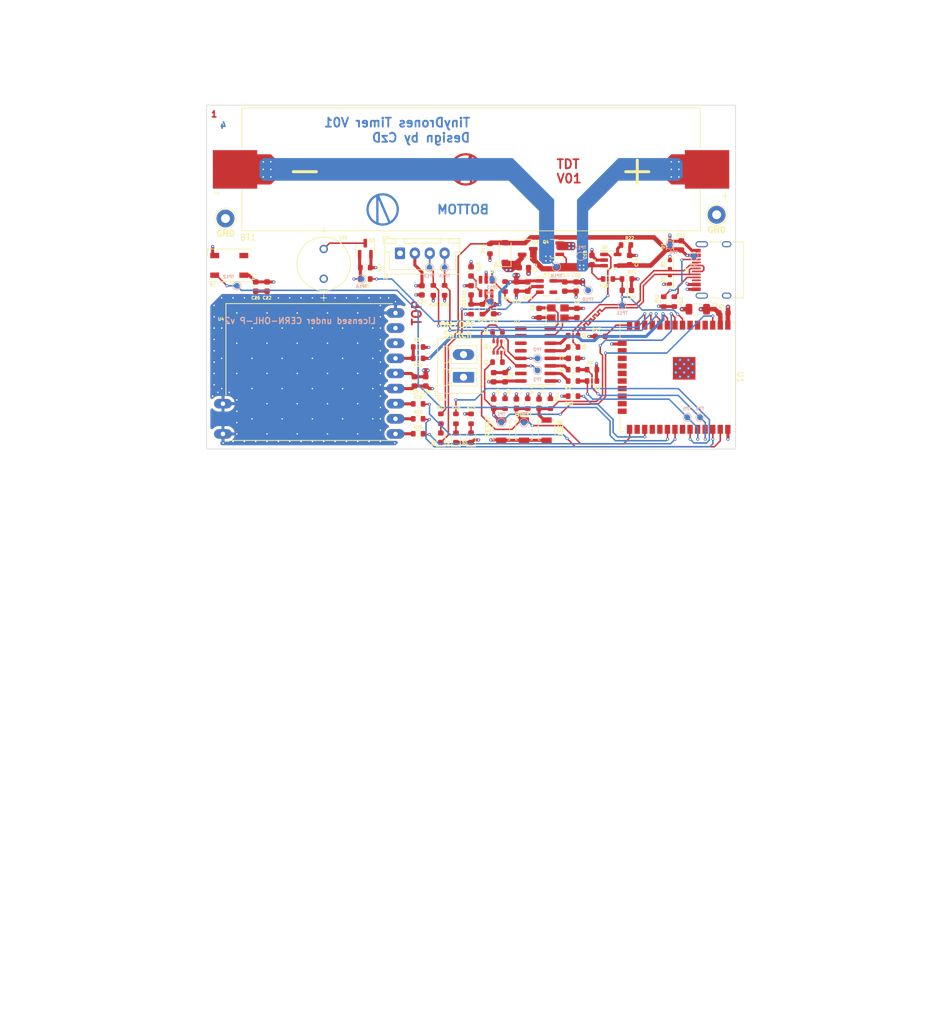
<source format=kicad_pcb>
(kicad_pcb (version 20240108) (generator "pcbnew") (generator_version "8.0")
  (layers (0 "F.Cu" signal) (1 "In1.Cu" signal) (2 "In2.Cu" signal) (31 "B.Cu" signal) (34 "B.Paste" user) (35 "F.Paste" user) (36 "B.SilkS" user "B.Silkscreen") (37 "F.SilkS" user "F.Silkscreen") (38 "B.Mask" user) (39 "F.Mask" user) (44 "Edge.Cuts" user))
  (net 0 "")
  (net 1 "+3V3")
  (net 2 "GND")
  (net 3 "Net-(U2-V3)")
  (net 4 "{slash}RESET")
  (net 5 "BOOT0")
  (net 6 "Net-(U2-XI)")
  (net 7 "Net-(U2-XO)")
  (net 8 "USER_BUTTON")
  (net 9 "VBUS")
  (net 10 "VDD")
  (net 11 "+BATT")
  (net 12 "Net-(Q4-D)")
  (net 13 "Net-(D8-K)")
  (net 14 "USB_DP")
  (net 15 "USB_DN")
  (net 16 "Net-(D5-A)")
  (net 17 "Net-(D6-A)")
  (net 18 "Net-(J1-CC1)")
  (net 20 "Net-(J1-CC2)")
  (net 22 "RTS")
  (net 23 "DTR")
  (net 24 "Net-(Q1B-C2)")
  (net 25 "Net-(Q1A-C1)")
  (net 26 "RXD0")
  (net 27 "TXD0")
  (net 28 "Net-(U2-TXD)")
  (net 29 "Net-(U2-UD+)")
  (net 30 "Net-(U2-RXD)")
  (net 31 "Net-(U2-UD-)")
  (net 32 "USER_LED")
  (net 33 "Net-(U4-SCLK)")
  (net 34 "SCLK")
  (net 35 "Net-(U4-{slash}SS)")
  (net 36 "{slash}SS")
  (net 37 "Net-(U4-MOSI)")
  (net 38 "MOSI")
  (net 39 "Net-(U4-RSSI)")
  (net 40 "Net-(D8-A)")
  (net 41 "Net-(U5-PROG)")
  (net 42 "RSSI")
  (net 43 "BATT_ADC")
  (net 53 "Net-(Q3-D)")
  (net 54 "Net-(Q3-G)")
  (net 55 "BUZZ_CTRL")
  (net 57 "LED_CTRL")
  (net 58 "SCL")
  (net 59 "SDA")
  (net 60 "Net-(U1-IO12)")
  (net 61 "unconnected-(U1-NC-Pad32)")
  (net 76 "unconnected-(U1-SENSOR_VP-Pad4)")
  (net 77 "unconnected-(U1-IO17-Pad28)")
  (net 78 "Net-(U1-IO16)")
  (net 79 "Net-(U6-SENSE)")
  (net 80 "Net-(U6-CT)")
  (net 81 "{slash}EN_3V3")
  (net 83 "Net-(D4-K)")
  (footprint "Resistor_SMD:R_0603_1608Metric" (layer "F.Cu") (at 99.695 64.135 180)
    (property "Reference" "R26")
    (property "Value" "1k/0603")
  )
  (footprint "Resistor_SMD:R_0603_1608Metric" (layer "F.Cu") (at 108.585 87.63)
    (property "Reference" "R19")
    (property "Value" "1k/0603")
  )
  (footprint "Resistor_SMD:R_0603_1608Metric" (layer "F.Cu") (at 149.86 67.945 90)
    (property "Reference" "R12")
    (property "Value" "5k1/0603")
  )
  (footprint "Resistor_SMD:R_0603_1608Metric" (layer "F.Cu") (at 119.38 69.215 90)
    (property "Reference" "R24")
    (property "Value" "200k/0603")
  )
  (footprint "Resistor_SMD:R_0603_1608Metric" (layer "F.Cu") (at 143.664075 64.135)
    (property "Reference" "R31")
    (property "Value" "100k/0603")
  )
  (footprint "Resistor_SMD:R_0603_1608Metric" (layer "F.Cu") (at 114.935 87.63 -90)
    (property "Reference" "R16")
    (property "Value" "1k/0603")
  )
  (footprint "Resistor_SMD:R_0603_1608Metric" (layer "F.Cu") (at 143.51 58.42)
    (property "Reference" "R22")
    (property "Value" "2k/0603")
  )
  (footprint "Resistor_SMD:R_0603_1608Metric" (layer "F.Cu") (at 121.92 73.025)
    (property "Reference" "R2")
    (property "Value" "0R/0603")
  )
  (footprint "Resistor_SMD:R_0603_1608Metric" (layer "F.Cu") (at 134.62 83.82 180)
    (property "Reference" "R32")
    (property "Value" "10k/0603")
  )
  (footprint "TestPoint:TestPoint_THTPad_D3.0mm_Drill1.5mm" (layer "F.Cu") (at 158.75 53.34)
    (property "Reference" "TP20" (hide yes))
    (property "Value" "TestPoint")
  )
  (footprint "Resistor_SMD:R_0603_1608Metric" (layer "F.Cu") (at 108.585 90.14)
    (property "Reference" "R20")
    (property "Value" "1k/0603")
  )
  (footprint "Button_Switch_SMD:SW_SPST_B3U-1000P" (layer "F.Cu") (at 126.365 89.535 -90)
    (property "Reference" "SW2" (hide yes))
    (property "Value" "BOOT0")
  )
  (footprint "Capacitor_SMD:C_0603_1608Metric" (layer "F.Cu") (at 134.62 77.47)
    (property "Reference" "C3")
    (property "Value" "100n/0603")
  )
  (footprint "Resistor_SMD:R_0603_1608Metric" (layer "F.Cu") (at 140.489075 64.135)
    (property "Reference" "R30")
    (property "Value" "100k/0603")
  )
  (footprint "Diode_SMD:D_SOD-523" (layer "F.Cu") (at 150.895 58.547 -90)
    (property "Reference" "D1")
    (property "Value" "LESD5D5.0CT1G")
  )
  (footprint "RF_Module:ESP32-WROOM-32UE" (layer "F.Cu") (at 152.225 80.645 -90)
    (property "Reference" "U1")
    (property "Value" "ESP32-WROOM-32UE")
  )
  (footprint "Resistor_SMD:R_0603_1608Metric" (layer "F.Cu") (at 117.475 87.63 -90)
    (property "Reference" "R15")
    (property "Value" "1k/0603")
  )
  (footprint "Capacitor_SMD:C_0603_1608Metric" (layer "F.Cu") (at 133.229 65.408 -90)
    (property "Reference" "C15")
    (property "Value" "100n/0603")
  )
  (footprint "Capacitor_SMD:C_1206_3216Metric" (layer "F.Cu") (at 155.575 69.215 180)
    (property "Reference" "C2")
    (property "Value" "47u/10V/1206")
  )
  (footprint "LED_SMD:LED_0603_1608Metric" (layer "F.Cu") (at 114.935 90.805 90)
    (property "Reference" "D6")
    (property "Value" "Yellow")
  )
  (footprint "Resistor_SMD:R_0603_1608Metric" (layer "F.Cu") (at 137.795 81.28)
    (property "Reference" "R3")
    (property "Value" "10k/0603")
  )
  (footprint "Connector_Phoenix_MC:PhoenixContact_MCV_1,5_2-G-3.81_1x02_P3.81mm_Vertical" (layer "F.Cu") (at 116.205 80.645 90)
    (property "Reference" "SW4")
    (property "Value" "XT30UPB-M")
  )
  (footprint "MountingHole:MountingHole_3.5mm" (layer "F.Cu") (at 137.16 88.9)
    (property "Reference" "H2" (hide yes))
    (property "Value" "MountingHole")
  )
  (footprint "Diode_SMD:D_SOD-123" (layer "F.Cu") (at 123.19 59.69 90)
    (property "Reference" "D4")
    (property "Value" "B5819W SL")
  )
  (footprint "Capacitor_SMD:C_0603_1608Metric" (layer "F.Cu") (at 125.095 85.09 90)
    (property "Reference" "C7")
    (property "Value" "100n/0603")
  )
  (footprint "Connector_JST:JST_XH_B4B-XH-A_1x04_P2.50mm_Vertical" (layer "F.Cu") (at 105.53 59.817)
    (property "Reference" "J3")
    (property "Value" "Display_I2C")
  )
  (footprint "Resistor_SMD:R_0603_1608Metric" (layer "F.Cu") (at 130.81 85.09 -90)
    (property "Reference" "R11")
    (property "Value" "10k/0603")
  )
  (footprint "Resistor_SMD:R_0603_1608Metric" (layer "F.Cu") (at 123.19 65.405 -90)
    (property "Reference" "R34")
    (property "Value" "100k/0603")
  )
  (footprint "Resistor_SMD:R_0603_1608Metric" (layer "F.Cu") (at 120.65 59.055 -90)
    (property "Reference" "R14")
    (property "Value" "10k/0603")
  )
  (footprint "Resistor_SMD:R_0603_1608Metric" (layer "F.Cu") (at 113.03 66.04 90)
    (property "Reference" "R29")
    (property "Value" "4k7/0603")
  )
  (footprint "Resistor_SMD:R_0603_1608Metric" (layer "F.Cu") (at 121.92 78.105 180)
    (property "Reference" "R1")
    (property "Value" "0R/0603")
  )
  (footprint "LED_SMD:LED_0603_1608Metric" (layer "F.Cu") (at 112.395 90.805 90)
    (property "Reference" "D8")
    (property "Value" "Blue")
  )
  (footprint "TestPoint:TestPoint_THTPad_D3.0mm_Drill1.5mm" (layer "F.Cu") (at 76.2 53.975)
    (property "Reference" "TP19" (hide yes))
    (property "Value" "TestPoint")
  )
  (footprint "Capacitor_SMD:C_0603_1608Metric" (layer "F.Cu") (at 117.475 62.865 90)
    (property "Reference" "C23")
    (property "Value" "100n/0603")
  )
  (footprint "Resistor_SMD:R_0603_1608Metric" (layer "F.Cu") (at 117.475 69.215 -90)
    (property "Reference" "R33")
    (property "Value" "27k/0603")
  )
  (footprint "MountingHole:MountingHole_3.5mm" (layer "F.Cu") (at 159.385 38.1)
    (property "Reference" "H3" (hide yes))
    (property "Value" "MountingHole")
  )
  (footprint "Resistor_SMD:R_0603_1608Metric" (layer "F.Cu") (at 134.62 73.66 180)
    (property "Reference" "R8")
    (property "Value" "0R/0603")
  )
  (footprint "Capacitor_SMD:C_0603_1608Metric" (layer "F.Cu") (at 125.095 65.405 -90)
    (property "Reference" "C13")
    (property "Value" "10u/0603")
  )
  (footprint "LED_SMD:LED_WS2812B_PLCC4_5.0x5.0mm_P3.2mm" (layer "F.Cu") (at 76.835 61.85 180)
    (property "Reference" "D7")
    (property "Value" "WS2812B")
  )
  (footprint "Capacitor_SMD:C_0603_1608Metric" (layer "F.Cu") (at 135.255 69.85 90)
    (property "Reference" "C8")
    (property "Value" "12p/0603")
  )
  (footprint "Package_TO_SOT_SMD:SOT-363_SC-70-6" (layer "F.Cu") (at 121.92 75.565 -90)
    (property "Reference" "Q1")
    (property "Value" "UMH3N")
  )
  (footprint "Capacitor_SMD:C_0603_1608Metric" (layer "F.Cu") (at 121.285 85.09 90)
    (property "Reference" "C6")
    (property "Value" "100n/0603")
  )
  (footprint "Package_SO:SOIC-16_3.9x9.9mm_P1.27mm" (layer "F.Cu") (at 128.315 76.835 180)
    (property "Reference" "U2")
    (property "Value" "CH340C")
  )
  (footprint "Resistor_SMD:R_0603_1608Metric" (layer "F.Cu") (at 139.192 73.787 180)
    (property "Reference" "R17")
    (property "Value" "10k/0603")
  )
  (footprint "cd334-footprints:BAT_1042P" (layer "F.Cu") (at 117.475 45.72)
    (property "Reference" "BT1")
    (property "Value" "1042P")
  )
  (footprint "MountingHole:MountingHole_3.5mm" (layer "F.Cu") (at 84.201 60.071)
    (property "Reference" "H1" (hide yes))
    (property "Value" "MountingHole")
  )
  (footprint "Capacitor_SMD:C_0603_1608Metric" (layer "F.Cu") (at 107.95 81.34 -90)
    (property "Reference" "C17")
    (property "Value" "100n/0603")
  )
  (footprint "Resistor_SMD:R_0603_1608Metric" (layer "F.Cu") (at 127 85.09 -90)
    (property "Reference" "R10")
    (property "Value" "10k/0603")
  )
  (footprint "Capacitor_SMD:C_0603_1608Metric" (layer "F.Cu") (at 152.815 58.49 90)
    (property "Reference" "C11")
    (property "Value" "10u/0603")
  )
  (footprint "Resistor_SMD:R_0603_1608Metric" (layer "F.Cu") (at 137.795 79.375)
    (property "Reference" "R4")
    (property "Value" "10k/0603")
  )
  (footprint "Capacitor_SMD:C_0603_1608Metric" (layer "F.Cu") (at 135.128 65.405 -90)
    (property "Reference" "C16")
    (property "Value" "10u/0603")
  )
  (footprint "LED_SMD:LED_0603_1608Metric" (layer "F.Cu") (at 117.475 90.805 90)
    (property "Reference" "D5")
    (property "Value" "Green")
  )
  (footprint "Crystal:Crystal_SMD_3225-4Pin_3.2x2.5mm" (layer "F.Cu") (at 132.08 69.85)
    (property "Reference" "Y1")
    (property "Value" "Crystal_GND24")
  )
  (footprint "Capacitor_SMD:C_0603_1608Metric" (layer "F.Cu") (at 121.285 69.215 -90)
    (property "Reference" "C24")
    (property "Value" "100n/0603")
  )
  (footprint "Capacitor_SMD:C_0603_1608Metric" (layer "F.Cu") (at 117.475 66.04 90)
    (property "Reference" "C21")
    (property "Value" "100n/0603")
  )
  (footprint "Diode_SMD:D_SOD-523" (layer "F.Cu") (at 150.895 61.72 -90)
    (property "Reference" "D2")
    (property "Value" "LESD5D5.0CT1G")
  )
  (footprint "Resistor_SMD:R_0603_1608Metric" (layer "F.Cu") (at 134.62 79.375)
    (property "Reference" "R7")
    (property "Value" "0R/0603")
  )
  (footprint "Connector_USB:USB_C_Receptacle_HRO_TYPE-C-31-M-12" (layer "F.Cu") (at 159.385 62.615 90)
    (property "Reference" "J1")
    (property "Value" "USB_C_Receptacle_USB2.0")
  )
  (footprint "Resistor_SMD:R_0603_1608Metric" (layer "F.Cu") (at 134.62 75.565 180)
    (property "Reference" "R6")
    (property "Value" "0R/0603")
  )
  (footprint "Resistor_SMD:R_0603_1608Metric" (layer "F.Cu") (at 123.19 85.09 -90)
    (property "Reference" "R9")
    (property "Value" "10k/0603")
  )
  (footprint "Resistor_SMD:R_0603_1608Metric" (layer "F.Cu") (at 151.638 67.939 90)
    (property "Reference" "R13")
    (property "Value" "5k1/0603")
  )
  (footprint "cd334-footprints:RX5808_THT" (layer "F.Cu") (at 76.275 91.27)
    (property "Reference" "U4")
    (property "Value" "RX5808")
  )
  (footprint "Package_TO_SOT_SMD:SOT-23" (layer "F.Cu") (at 131.445 59.055 180)
    (property "Reference" "Q4")
    (property "Value" "AO3400A")
  )
  (footprint "cd334-footprints:XDCR_KXG0909P" (layer "F.Cu") (at 92.71 61.595 90)
    (property "Reference" "LS1")
    (property "Value" "KXG0909P")
  )
  (footprint "Diode_SMD:D_SOD-523" (layer "F.Cu") (at 150.895 64.26 90)
    (property "Reference" "D3")
    (property "Value" "LESD5D5.0CT1G")
  )
  (footprint "Capacitor_SMD:C_0603_1608Metric" (layer "F.Cu") (at 121.285 80.645 90)
    (property "Reference" "C4")
    (property "Value" "10u/0603")
  )
  (footprint "Capacitor_SMD:C_0603_1608Metric" (layer "F.Cu") (at 159.893 69.85)
    (property "Reference" "C1")
    (property "Value" "100n/0603")
  )
  (footprint "Package_TO_SOT_SMD:SOT-23-6" (layer "F.Cu") (at 120.015 65.405 -90)
    (property "Reference" "U6")
    (property "Value" "TPS3808DBV")
  )
  (footprint "Capacitor_SMD:C_0603_1608Metric" (layer "F.Cu") (at 109.22 66.04 -90)
    (property "Reference" "C27")
    (property "Value" "10u/0603")
  )
  (footprint "Resistor_SMD:R_0603_1608Metric" (layer "F.Cu") (at 99.695 62.23 180)
    (property "Reference" "R27")
    (property "Value" "10k/0603")
  )
  (footprint "Button_Switch_SMD:SW_SPST_B3U-1000P" (layer "F.Cu") (at 122.555 89.535 -90)
    (property "Reference" "SW1" (hide yes))
    (property "Value" "Reset")
  )
  (footprint "Capacitor_SMD:C_0603_1608Metric" (layer "F.Cu") (at 128.905 69.85 -90)
    (property "Reference" "C9")
    (property "Value" "12p/0603")
  )
  (footprint "Resistor_SMD:R_0603_1608Metric" (layer "F.Cu") (at 108.585 77.47)
    (property "Reference" "R25")
    (property "Value" "0R/0603")
  )
  (footprint "Button_Switch_SMD:SW_SPST_B3U-1000P" (layer "F.Cu") (at 130.175 89.535 -90)
    (property "Reference" "SW3" (hide yes))
    (property "Value" "USER1")
  )
  (footprint "Package_TO_SOT_SMD:SOT-23" (layer "F.Cu") (at 127 59.055)
    (property "Reference" "Q2")
    (property "Value" "SI2307CDS-T1-GE3")
  )
  (footprint "Package_TO_SOT_SMD:TSOT-23-5" (layer "F.Cu") (at 140.97 60.96)
    (property "Reference" "U5")
    (property "Value" "TP4054")
  )
  (footprint "Resistor_SMD:R_0603_1608Metric" (layer "F.Cu") (at 111.125 66.04 90)
    (property "Reference" "R28")
    (property "Value" "4k7/0603")
  )
  (footprint "Package_TO_SOT_SMD:SOT-23-5" (layer "F.Cu") (at 130.175 65.405)
    (property "Reference" "U3")
    (property "Value" "TLV75733PDBV")
  )
  (footprint "Resistor_SMD:R_0603_1608Metric" (layer "F.Cu") (at 134.62 81.28)
    (property "Reference" "R5")
    (property "Value" "0R/0603")
  )
  (footprint "Capacitor_SMD:C_0603_1608Metric" (layer "F.Cu") (at 128.905 85.09 90)
    (property "Reference" "C10")
    (property "Value" "100n/0603")
  )
  (footprint "Capacitor_SMD:C_0603_1608Metric" (layer "F.Cu") (at 144.145 60.96 90)
    (property "Reference" "C19")
    (property "Value" "10u/0603")
  )
  (footprint "Capacitor_SMD:C_0603_1608Metric" (layer "F.Cu") (at 143.664075 66.04)
    (property "Reference" "C20")
    (property "Value" "100n/0603")
  )
  (footprint "Capacitor_SMD:C_0603_1608Metric" (layer "F.Cu") (at 126.365 62.23)
    (property "Reference" "C12")
    (property "Value" "10u/0603")
  )
  (footprint "Capacitor_SMD:C_0603_1608Metric" (layer "F.Cu") (at 83.185 65.405 -90)
    (property "Reference" "C22")
    (property "Value" "10u/0603")
  )
  (footprint "Capacitor_SMD:C_0603_1608Metric" (layer "F.Cu") (at 127 65.408 -90)
    (property "Reference" "C14")
    (property "Value" "100n/0603")
  )
  (footprint "Resistor_SMD:R_0603_1608Metric" (layer "F.Cu") (at 112.395 87.63 -90)
    (property "Reference" "R23")
    (property "Value" "1k/0603")
  )
  (footprint "Resistor_SMD:R_0603_1608Metric" (layer "F.Cu") (at 108.585 85.12)
    (property "Reference" "R18")
    (property "Value" "1k/0603")
  )
  (footprint "Capacitor_SMD:C_0603_1608Metric" (layer "F.Cu") (at 123.19 80.645 90)
    (property "Reference" "C5")
    (property "Value" "100n/0603")
  )
  (footprint "Resistor_SMD:R_0603_1608Metric" (layer "F.Cu") (at 108.585 75.565)
    (property "Reference" "R21")
    (property "Value" "100k/0603")
  )
  (footprint "Package_TO_SOT_SMD:SOT-23" (layer "F.Cu") (at 99.695 59.055 90)
    (property "Reference" "Q3")
    (property "Value" "BSS138")
  )
  (footprint "Capacitor_SMD:C_0603_1608Metric" (layer "F.Cu") (at 109.855 81.34 -90)
    (property "Reference" "C25")
    (property "Value" "10u/0603")
  )
  (footprint "Capacitor_SMD:C_0603_1608Metric" (layer "F.Cu") (at 81.28 65.405 -90)
    (property "Reference" "C26")
    (property "Value" "100n/0603")
  )
  (footprint "Capacitor_SMD:C_0603_1608Metric" (layer "F.Cu") (at 137.795 60.96 90)
    (property "Reference" "C18")
    (property "Value" "10u/0603")
  )
  (footprint "TestPoint:TestPoint_Pad_D1.0mm" (layer "B.Cu") (at 122.555 88.265 180)
    (property "Reference" "TP1")
    (property "Value" "TestPoint")
  )
  (footprint "TestPoint:TestPoint_Pad_D1.0mm" (layer "B.Cu") (at 135.89 60.325 180)
    (property "Reference" "TP17")
    (property "Value" "TestPoint")
  )
  (footprint "TestPoint:TestPoint_Pad_D1.0mm" (layer "B.Cu") (at 150.895 58.42 90)
    (property "Reference" "TP8")
    (property "Value" "TestPoint")
  )
  (footprint "TestPoint:TestPoint_Pad_D1.0mm" (layer "B.Cu") (at 137.16 66.04 180)
    (property "Reference" "TP10")
    (property "Value" "TestPoint")
  )
  (footprint "TestPoint:TestPoint_Pad_D1.0mm" (layer "B.Cu") (at 126.365 88.265 180)
    (property "Reference" "TP4")
    (property "Value" "TestPoint")
  )
  (footprint "TestPoint:TestPoint_Pad_D1.0mm" (layer "B.Cu") (at 99.06 64.135 180)
    (property "Reference" "TP16")
    (property "Value" "TestPoint")
  )
  (footprint "TestPoint:TestPoint_Pad_D1.0mm" (layer "B.Cu") (at 153.797 87.376 180)
    (property "Reference" "TP5")
    (property "Value" "TestPoint")
  )
  (footprint "TestPoint:TestPoint_Pad_D1.0mm" (layer "B.Cu") (at 110.49 62.23 180)
    (property "Reference" "TP13")
    (property "Value" "TestPoint")
  )
  (footprint "TestPoint:TestPoint_Pad_D1.0mm" (layer "B.Cu") (at 128.651 77.47 180)
    (property "Reference" "TP2")
    (property "Value" "TestPoint")
  )
  (footprint "TestPoint:TestPoint_Pad_D1.0mm" (layer "B.Cu") (at 128.651 79.502 180)
    (property "Reference" "TP3")
    (property "Value" "TestPoint")
  )
  (footprint "TestPoint:TestPoint_Pad_D1.0mm" (layer "B.Cu") (at 78.105 65.279 180)
    (property "Reference" "TP12")
    (property "Value" "TestPoint")
  )
  (footprint "TestPoint:TestPoint_Pad_D1.0mm" (layer "B.Cu") (at 131.826 62.103 180)
    (property "Reference" "TP18")
    (property "Value" "TestPoint")
  )
  (footprint "TestPoint:TestPoint_Pad_D1.0mm" (layer "B.Cu") (at 120.65 67.945 180)
    (property "Reference" "TP9")
    (property "Value" "TestPoint")
  )
  (footprint "TestPoint:TestPoint_Pad_D1.0mm" (layer "B.Cu") (at 113.03 62.23 180)
    (property "Reference" "TP14")
    (property "Value" "TestPoint")
  )
  (footprint "TestPoint:TestPoint_Pad_D1.0mm" (layer "B.Cu") (at 121.031 64.262 180)
    (property "Reference" "TP15")
    (property "Value" "TestPoint")
  )
  (footprint "TestPoint:TestPoint_Pad_D1.0mm" (layer "B.Cu") (at 155.956 87.376 180)
    (property "Reference" "TP6")
    (property "Value" "TestPoint")
  )
  (footprint "TestPoint:TestPoint_Pad_D1.0mm" (layer "B.Cu") (at 154.94 60.325 90)
    (property "Reference" "TP7")
    (property "Value" "TestPoint")
  )
  (footprint "TestPoint:TestPoint_Pad_D1.0mm" (layer "B.Cu") (at 142.875 68.58 180)
    (property "Reference" "TP11")
    (property "Value" "TestPoint")
  )
  (gr_line (start 117.475 48.006) (end 117.475 43.434) (stroke (width 0.381)) (layer "F.Cu"))
  (gr_circle (center 116.586 45.72) (end 114.046 45.72) (stroke (width 0.381)) (fill none) (layer "F.Cu"))
  (gr_line (start 115.443 47.879) (end 117.348 43.434) (stroke (width 0.381)) (layer "F.Cu"))
  (gr_circle (center 102.616 52.451) (end 105.156 52.451) (stroke (width 0.381)) (fill none) (layer "B.Cu"))
  (gr_line (start 101.727 50.165) (end 101.727 54.737) (stroke (width 0.381)) (layer "B.Cu"))
  (gr_line (start 101.854 50.165) (end 103.759 54.61) (stroke (width 0.381)) (layer "B.Cu"))
  (gr_line (start 161.925 34.925) (end 73.025 34.925) (stroke (width 0.1)) (layer "Edge.Cuts"))
  (gr_line (start 73.025 92.71) (end 161.925 92.71) (stroke (width 0.1)) (layer "Edge.Cuts"))
  (gr_line (start 161.925 92.71) (end 161.925 34.925) (stroke (width 0.1)) (layer "Edge.Cuts"))
  (gr_line (start 73.025 34.925) (end 73.025 92.71) (stroke (width 0.1)) (layer "Edge.Cuts"))
  (gr_text "TOP\n" (at 109.22 72.136 90) (layer "F.Cu") (effects (font (size 1.5 1.5) (thickness 0.3) (bold yes)) (justify left bottom)))
  (gr_text "1" (at 74.295 36.449 0) (layer "F.Cu") (effects (font (size 1.016 1.016) (thickness 0.254))))
  (gr_text "TDT\nV01\n" (at 131.699 48.133 0) (layer "F.Cu") (effects (font (size 1.5 1.5) (thickness 0.3) (bold yes)) (justify left bottom)))
  (gr_text "4" (at 75.819 38.354 0) (layer "B.Cu") (effects (font (size 1.016 1.016) (thickness 0.254) (bold yes)) (justify mirror)))
  (gr_text "TinyDrones Timer V01\n" (at 117.475 38.735 0) (layer "B.Cu") (effects (font (size 1.5 1.5) (thickness 0.3) (bold yes)) (justify left bottom mirror)))
  (gr_text "BOTTOM" (at 120.65 53.34 0) (layer "B.Cu") (effects (font (size 1.5 1.5) (thickness 0.3) (bold yes)) (justify left bottom mirror)))
  (gr_text "Design by CzD\n" (at 117.475 41.275 0) (layer "B.Cu") (effects (font (size 1.5 1.5) (thickness 0.3) (bold yes)) (justify left bottom mirror)))
  (gr_text "Licensed under CERN-OHL-P v2" (at 101.6 71.755 0) (layer "B.SilkS") (effects (font (size 1.016 1.016) (thickness 0.2032) (bold yes)) (justify left bottom mirror)))
  (gr_text "USER" (at 132.969 90.932 90) (layer "F.SilkS") (effects (font (size 0.762 0.762) (thickness 0.1778) (bold yes)) (justify left bottom)))
  (gr_text "ON/OFF\nSwitch" (at 115.189 72.644 0) (layer "F.SilkS") (effects (font (size 1.016 1.016) (thickness 0.2032) (bold yes))))
  (gr_text "GND" (at 76.2 56.515 0) (layer "F.SilkS") (effects (font (size 1.016 1.016) (thickness 0.2032) (bold yes))))
  (gr_text "-" (at 89.535 45.72 0) (layer "F.SilkS") (effects (font (size 5.08 5.08) (thickness 0.508) (bold yes))))
  (gr_text "+" (at 145.415 45.72 0) (layer "F.SilkS") (effects (font (size 5.08 5.08) (thickness 0.508) (bold yes))))
  (gr_text "BOOT" (at 124.714 87.376 0) (layer "F.SilkS") (effects (font (size 0.762 0.762) (thickness 0.1778) (bold yes)) (justify left bottom)))
  (gr_text "GND" (at 158.75 55.88 0) (layer "F.SilkS") (effects (font (size 1.016 1.016) (thickness 0.2032) (bold yes))))
  (gr_text "RESET\n" (at 120.777 90.805 90) (layer "F.SilkS") (effects (font (size 0.762 0.762) (thickness 0.1778) (bold yes)) (justify left bottom)))
  (segment (start 120.409 81.42) (end 120.396 81.407) (width 0.508) (layer "F.Cu") (net 1))
  (segment (start 83.185 64.63) (end 81.28 64.63) (width 0.508) (layer "F.Cu") (net 1))
  (segment (start 84.328 64.643) (end 83.198 64.643) (width 0.508) (layer "F.Cu") (net 1))
  (segment (start 157.05 69.215) (end 158.483 69.215) (width 0.762) (layer "F.Cu") (net 1))
  (segment (start 123.33 81.28) (end 123.19 81.42) (width 0.508) (layer "F.Cu") (net 1))
  (segment (start 138.62 81.28) (end 138.557 81.217) (width 0.508) (layer "F.Cu") (net 1))
  (segment (start 125.84 81.28) (end 123.33 81.28) (width 0.508) (layer "F.Cu") (net 1))
  (segment (start 138.557 79.438) (end 138.62 79.375) (width 0.508) (layer "F.Cu") (net 1))
  (segment (start 138.62 79.375) (end 138.62 79.311) (width 0.508) (layer "F.Cu") (net 1))
  (segment (start 116.396 86.805) (end 117.475 86.805) (width 0.508) (layer "F.Cu") (net 1))
  (segment (start 130.81 84.265) (end 130.81 83.439) (width 0.508) (layer "F.Cu") (net 1))
  (segment (start 109.22 65.265) (end 109.22 65.278) (width 0.508) (layer "F.Cu") (net 1))
  (segment (start 109.22 62.992) (end 108.03 61.802) (width 0.508) (layer "F.Cu") (net 1))
  (segment (start 109.22 65.265) (end 109.22 62.992) (width 0.508) (layer "F.Cu") (net 1))
  (segment (start 123.19 84.265) (end 123.19 83.439) (width 0.508) (layer "F.Cu") (net 1))
  (segment (start 107.997 80.565) (end 107.442 80.01) (width 0.508) (layer "F.Cu") (net 1))
  (segment (start 121.285 81.42) (end 123.19 81.42) (width 0.508) (layer "F.Cu") (net 1))
  (segment (start 108.11 80.565) (end 107.997 80.565) (width 0.508) (layer "F.Cu") (net 1))
  (segment (start 157.05 69.215) (end 156.083 69.215) (width 0.762) (layer "F.Cu") (net 1))
  (segment (start 80.15 63.5) (end 81.28 64.63) (width 0.508) (layer "F.Cu") (net 1))
  (segment (start 159.365 70.097) (end 159.118 69.85) (width 0.762) (layer "F.Cu") (net 1))
  (segment (start 159.365 71.89) (end 159.365 70.097) (width 0.762) (layer "F.Cu") (net 1))
  (segment (start 107.442 80.01) (end 104.775 80.01) (width 0.508) (layer "F.Cu") (net 1))
  (segment (start 109.207 65.278) (end 109.22 65.265) (width 0.508) (layer "F.Cu") (net 1))
  (segment (start 131.1915 64.458) (end 133.054 64.458) (width 0.508) (layer "F.Cu") (net 1))
  (segment (start 113.03 66.865) (end 113.03 67.818) (width 0.508) (layer "F.Cu") (net 1))
  (segment (start 109.22 65.265) (end 109.233 65.265) (width 0.508) (layer "F.Cu") (net 1))
  (segment (start 109.334 65.265) (end 109.22 65.265) (width 0.508) (layer "F.Cu") (net 1))
  (segment (start 79.285 63.5) (end 80.15 63.5) (width 0.508) (layer "F.Cu") (net 1))
  (segment (start 133.229 64.633) (end 135.134 64.633) (width 0.508) (layer "F.Cu") (net 1))
  (segment (start 138.557 81.217) (end 138.557 79.438) (width 0.508) (layer "F.Cu") (net 1))
  (segment (start 138.62 79.311) (end 138.557 79.248) (width 0.508) (layer "F.Cu") (net 1))
  (segment (start 111.125 66.865) (end 111.125 67.818) (width 0.508) (layer "F.Cu") (net 1))
  (segment (start 133.054 64.458) (end 133.229 64.633) (width 0.508) (layer "F.Cu") (net 1))
  (segment (start 133.795 83.82) (end 132.715 83.82) (width 0.508) (layer "F.Cu") (net 1))
  (segment (start 108.03 61.802) (end 108.03 59.817) (width 0.508) (layer "F.Cu") (net 1))
  (segment (start 158.483 69.215) (end 159.118 69.85) (width 0.762) (layer "F.Cu") (net 1))
  (segment (start 121.285 81.42) (end 120.409 81.42) (width 0.508) (layer "F.Cu") (net 1))
  (segment (start 110.015 80.565) (end 108.11 80.565) (width 0.508) (layer "F.Cu") (net 1))
  (segment (start 108.204 65.278) (end 109.207 65.278) (width 0.508) (layer "F.Cu") (net 1))
  (segment (start 83.198 64.643) (end 83.185 64.63) (width 0.508) (layer "F.Cu") (net 1))
  (segment (start 127 84.265) (end 127 83.439) (width 0.508) (layer "F.Cu") (net 1))
  (segment (start 138.557 79.248) (end 138.557 78.359) (width 0.508) (layer "F.Cu") (net 1))
  (segment (start 111.125 66.865) (end 110.934 66.865) (width 0.508) (layer "F.Cu") (net 1))
  (via (at 116.396 86.805) (size 0.508) (drill 0.25) (layers "F.Cu" "B.Cu") (net 1))
  (via (at 130.81 83.439) (size 0.508) (drill 0.25) (layers "F.Cu" "B.Cu") (net 1))
  (via (at 127 83.439) (size 0.508) (drill 0.25) (layers "F.Cu" "B.Cu") (net 1))
  (via (at 108.204 65.278) (size 0.508) (drill 0.25) (layers "F.Cu" "B.Cu") (net 1))
  (via (at 136.271 65.024) (size 0.508) (drill 0.25) (layers "F.Cu" "B.Cu") (net 1))
  (via (at 138.557 78.359) (size 0.508) (drill 0.25) (layers "F.Cu" "B.Cu") (net 1))
  (via (at 111.125 67.818) (size 0.508) (drill 0.25) (layers "F.Cu" "B.Cu") (net 1))
  (via (at 109.474 79.502) (size 0.508) (drill 0.25) (layers "F.Cu" "B.Cu") (net 1))
  (via (at 113.03 67.818) (size 0.508) (drill 0.25) (layers "F.Cu" "B.Cu") (net 1))
  (via (at 132.715 83.82) (size 0.508) (drill 0.25) (layers "F.Cu" "B.Cu") (net 1))
  (via (at 123.19 83.439) (size 0.508) (drill 0.25) (layers "F.Cu" "B.Cu") (net 1))
  (via (at 136.271 64.262) (size 0.508) (drill 0.25) (layers "F.Cu" "B.Cu") (net 1))
  (via (at 156.083 69.215) (size 0.508) (drill 0.25) (layers "F.Cu" "B.Cu") (net 1))
  (via (at 110.236 79.502) (size 0.508) (drill 0.25) (layers "F.Cu" "B.Cu") (net 1))
  (via (at 84.328 64.643) (size 0.508) (drill 0.25) (layers "F.Cu" "B.Cu") (net 1))
  (via (at 120.396 81.407) (size 0.508) (drill 0.25) (layers "F.Cu" "B.Cu") (net 1))
  (segment (start 137.16 66.04) (end 137.16 65.913) (width 0.254) (layer "B.Cu") (net 1))
  (segment (start 137.16 65.913) (end 136.271 65.024) (width 0.254) (layer "B.Cu") (net 1))
  (segment (start 117.475 65.265) (end 116.345 65.265) (width 0.508) (layer "F.Cu") (net 2))
  (segment (start 122.506 91.186) (end 120.777 91.186) (width 0.508) (layer "F.Cu") (net 2))
  (segment (start 109.22 66.815) (end 109.22 66.802) (width 0.508) (layer "F.Cu") (net 2))
  (segment (start 151.638 68.764) (end 151.829 68.764) (width 0.508) (layer "F.Cu") (net 2))
  (segment (start 123.203 79.87) (end 123.952 79.121) (width 0.508) (layer "F.Cu") (net 2))
  (segment (start 144.489075 64.135) (end 145.542 64.135) (width 0.508) (layer "F.Cu") (net 2))
  (segment (start 116.522 70.04) (end 117.475 70.04) (width 0.508) (layer "F.Cu") (net 2))
  (segment (start 149.86 68.764) (end 149.797 68.701) (width 0.508) (layer "F.Cu") (net 2))
  (segment (start 108.204 66.802) (end 109.207 66.802) (width 0.508) (layer "F.Cu") (net 2))
  (segment (start 137.287 73.787) (end 138.367 73.787) (width 0.508) (layer "F.Cu") (net 2))
  (segment (start 142.748 75.057) (end 142.875 74.93) (width 0.508) (layer "F.Cu") (net 2))
  (segment (start 144.335 58.42) (end 144.335 58.484) (width 0.508) (layer "F.Cu") (net 2))
  (segment (start 124.944 66.183) (end 126.879 66.183) (width 0.508) (layer "F.Cu") (net 2))
  (segment (start 121.285 79.87) (end 123.19 79.87) (width 0.508) (layer "F.Cu") (net 2))
  (segment (start 127.14 63.233) (end 127.127 63.246) (width 0.762) (layer "F.Cu") (net 2))
  (segment (start 141.097 75.057) (end 142.748 75.057) (width 0.508) (layer "F.Cu") (net 2))
  (segment (start 135.134 67.177) (end 135.128 67.183) (width 0.508) (layer "F.Cu") (net 2))
  (segment (start 152.965 57.715) (end 152.815 57.715) (width 0.508) (layer "F.Cu") (net 2))
  (segment (start 121.285 69.99) (end 122.288 69.99) (width 0.508) (layer "F.Cu") (net 2))
  (segment (start 110.998 82.55) (end 110.45 82.55) (width 0.508) (layer "F.Cu") (net 2))
  (segment (start 108.004 82.115) (end 107.569 82.55) (width 0.508) (layer "F.Cu") (net 2))
  (segment (start 110.015 82.115) (end 108.11 82.115) (width 0.508) (layer "F.Cu") (net 2))
  (segment (start 152.74 57.79) (end 152.815 57.715) (width 0.508) (layer "F.Cu") (net 2))
  (segment (start 154.615 59.365) (end 152.965 57.715) (width 0.508) (layer "F.Cu") (net 2))
  (segment (start 128.905 70.625) (end 130.905 70.625) (width 0.508) (layer "F.Cu") (net 2))
  (segment (start 117.475 91.5925) (end 117.5765 91.5925) (width 0.508) (layer "F.Cu") (net 2))
  (segment (start 160.635 69.883) (end 160.668 69.85) (width 0.762) (layer "F.Cu") (net 2))
  (segment (start 144.439075 66.04) (end 144.439075 64.185) (width 0.508) (layer "F.Cu") (net 2))
  (segment (start 127.654 65.408) (end 126.879 66.183) (width 0.508) (layer "F.Cu") (net 2))
  (segment (start 117.5765 91.5925) (end 117.983 91.186) (width 0.508) (layer "F.Cu") (net 2))
  (segment (start 154.1 69.215) (end 152.908 69.215) (width 0.762) (layer "F.Cu") (net 2))
  (segment (start 125.095 84.315) (end 125.095 83.439) (width 0.508) (layer "F.Cu") (net 2))
  (segment (start 145.275 60.185) (end 145.288 60.198) (width 0.508) (layer "F.Cu") (net 2))
  (segment (start 133.255 69.075) (end 133.18 69) (width 0.508) (layer "F.Cu") (net 2))
  (segment (start 150.895 64.96) (end 150.895 65.022) (width 0.508) (layer "F.Cu") (net 2))
  (segment (start 150.895 60.323) (end 150.895 61.02) (width 0.508) (layer "F.Cu") (net 2))
  (segment (start 150.895 57.847) (end 150.952 57.79) (width 0.508) (layer "F.Cu") (net 2))
  (segment (start 123.19 79.87) (end 123.203 79.87) (width 0.508) (layer "F.Cu") (net 2))
  (segment (start 136.385 69.075) (end 136.398 69.088) (width 0.508) (layer "F.Cu") (net 2))
  (segment (start 135.134 66.183) (end 135.134 67.177) (width 0.508) (layer "F.Cu") (net 2))
  (segment (start 109.481 75.632) (end 109.414 75.565) (width 0.508) (layer "F.Cu") (net 2))
  (segment (start 150.831 65.024) (end 149.86 65.024) (width 0.508) (layer "F.Cu") (net 2))
  (segment (start 144.145 60.185) (end 145.275 60.185) (width 0.508) (layer "F.Cu") (net 2))
  (segment (start 128.905 70.625) (end 127.902 70.625) (width 0.508) (layer "F.Cu") (net 2))
  (segment (start 121.285 84.315) (end 121.285 83.439) (width 0.508) (layer "F.Cu") (net 2))
  (segment (start 100.645 62.105) (end 100.52 62.23) (width 0.508) (layer "F.Cu") (net 2))
  (segment (start 153.797 65.873) (end 155.34 65.873) (width 0.508) (layer "F.Cu") (net 2))
  (segment (start 160.655 91.059) (end 160.655 89.41) (width 0.508) (layer "F.Cu") (net 2))
  (segment (start 83.185 66.18) (end 83.185 67.31) (width 0.508) (layer "F.Cu") (net 2))
  (segment (start 117.475 91.5925) (end 114.935 91.5925) (width 0.508) (layer "F.Cu") (net 2))
  (segment (start 160.795 69.85) (end 160.655 69.99) (width 0.508) (layer "F.Cu") (net 2))
  (segment (start 160.668 69.85) (end 160.668 68.847) (width 0.762) (layer "F.Cu") (net 2))
  (segment (start 133.229 66.183) (end 135.134 66.183) (width 0.508) (layer "F.Cu") (net 2))
  (segment (start 150.895 56.767) (end 150.895 57.756) (width 0.508) (layer "F.Cu") (net 2))
  (segment (start 149.797 68.701) (end 148.971 68.701) (width 0.508) (layer "F.Cu") (net 2))
  (segment (start 122.555 91.235) (end 130.175 91.235) (width 0.508) (layer "F.Cu") (net 2))
  (segment (start 122.288 69.99) (end 122.301 69.977) (width 0.508) (layer "F.Cu") (net 2))
  (segment (start 109.207 66.802) (end 109.22 66.815) (width 0.508) (layer "F.Cu") (net 2))
  (segment (start 120.65 60.07) (end 120.65 61.023) (width 0.508) (layer "F.Cu") (net 2))
  (segment (start 81.28 66.18) (end 81.28 67.31) (width 0.508) (layer "F.Cu") (net 2))
  (segment (start 108.11 82.115) (end 108.004 82.115) (width 0.508) (layer "F.Cu") (net 2))
  (segment (start 160.668 68.847) (end 160.655 68.834) (width 0.762) (layer "F.Cu") (net 2))
  (segment (start 144.145 58.674) (end 144.145 60.185) (width 0.508) (layer "F.Cu") (net 2))
  (segment (start 150.895 57.756) (end 150.929 57.79) (width 0.508) (layer "F.Cu") (net 2))
  (segment (start 120.015 64.2675) (end 120.015 62.992) (width 0.508) (layer "F.Cu") (net 2))
  (segment (start 144.335 58.484) (end 144.145 58.674) (width 0.508) (layer "F.Cu") (net 2))
  (segment (start 127.14 62.23) (end 127.14 63.233) (width 0.762) (layer "F.Cu") (net 2))
  (segment (start 137.795 60.185) (end 137.795 59.182) (width 0.508) (layer "F.Cu") (net 2))
  (segment (start 151.638 68.764) (end 149.86 68.764) (width 0.508) (layer "F.Cu") (net 2))
  (segment (start 150.952 57.79) (end 152.505 57.79) (width 0.508) (layer "F.Cu") (net 2))
  (segment (start 110.45 82.55) (end 110.015 82.115) (width 0.508) (layer "F.Cu") (net 2))
  (segment (start 116.345 65.265) (end 116.332 65.278) (width 0.508) (layer "F.Cu") (net 2))
  (segment (start 150.895 64.96) (end 150.831 65.024) (width 0.508) (layer "F.Cu") (net 2))
  (segment (start 128.905 84.315) (end 128.905 83.439) (width 0.508) (layer "F.Cu") (net 2))
  (segment (start 83.185 66.18) (end 81.28 66.18) (width 0.508) (layer "F.Cu") (net 2))
  (segment (start 74.041 59.856) (end 74.385 60.2) (width 0.508) (layer "F.Cu") (net 2))
  (segment (start 155.34 59.365) (end 154.615 59.365) (width 0.508) (layer "F.Cu") (net 2))
  (segment (start 130.79 81.28) (end 132.334 81.28) (width 0.508) (layer "F.Cu") (net 2))
  (segment (start 138.57 60.96) (end 137.795 60.185) (width 0.508) (layer "F.Cu") (net 2))
  (segment (start 160.795 69.85) (end 160.782 69.837) (width 0.508) (layer "F.Cu") (net 2))
  (segment (start 101.473 62.23) (end 100.52 62.23) (width 0.508) (layer "F.Cu") (net 2))
  (segment (start 122.555 91.235) (end 122.506 91.186) (width 0.508) (layer "F.Cu") (net 2))
  (segment (start 135.255 69.075) (end 136.385 69.075) (width 0.508) (layer "F.Cu") (net 2))
  (segment (start 135.395 77.47) (end 136.398 77.47) (width 0.508) (layer "F.Cu") (net 2))
  (segment (start 110.363 75.632) (end 109.481 75.632) (width 0.508) (layer "F.Cu") (net 2))
  (segment (start 117.475 62.09) (end 117.475 61.214) (width 0.508) (layer "F.Cu") (net 2))
  (segment (start 160.655 71.87) (end 160.635 71.89) (width 0.508) (layer "F.Cu") (net 2))
  (segment (start 107.569 82.55) (end 104.775 82.55) (width 0.508) (layer "F.Cu") (net 2))
  (segment (start 128.9165 65.408) (end 127.654 65.408) (width 0.508) (layer "F.Cu") (net 2))
  (segment (start 74.041 58.675) (end 74.041 59.856) (width 0.508) (layer "F.Cu") (net 2))
  (segment (start 117.983 91.186) (end 118.745 91.186) (width 0.508) (layer "F.Cu") (net 2))
  (segment (start 139.8325 60.96) (end 138.57 60.96) (width 0.508) (layer "F.Cu") (net 2))
  (segment (start 130.905 70.625) (end 130.98 70.7) (width 0.508) (layer "F.Cu") (net 2))
  (segment (start 160.655 89.41) (end 160.635 89.39) (width 0.508) (layer "F.Cu") (net 2))
  (segment (start 144.439075 64.185) (end 144.489075 64.135) (width 0.508) (layer "F.Cu") (net 2))
  (segment (start 127.902 70.625) (end 127.889 70.612) (width 0.508) (layer "F.Cu") (net 2))
  (segment (start 160.635 71.89) (end 160.635 69.883) (width 0.762) (layer "F.Cu") (net 2))
  (segment (start 135.255 69.075) (end 133.255 69.075) (width 0.508) (layer "F.Cu") (net 2))
  (segment (start 100.645 59.9925) (end 100.645 62.105) (width 0.508) (layer "F.Cu") (net 2))
  (segment (start 152.815 57.715) (end 152.967 57.715) (width 0.508) (layer "F.Cu") (net 2))
  (segment (start 109.414 75.565) (end 109.41 75.565) (width 0.508) (layer "F.Cu") (net 2))
  (segment (start 125.095 66.18) (end 125.095 67.31) (width 0.508) (layer "F.Cu") (net 2))
  (via (at 120.65 61.023) (size 0.508) (drill 0.25) (layers "F.Cu" "B.Cu") (net 2))
  (via (at 74.93 83.185) (size 0.508) (drill 0.25) (layers "F.Cu" "B.Cu") (net 2))
  (via (at 85.725 72.39) (size 0.508) (drill 0.25) (layers "F.Cu" "B.Cu") (net 2))
  (via (at 102.235 72.39) (size 0.508) (drill 0.25) (layers "F.Cu" "B.Cu") (net 2))
  (via (at 78.105 90.17) (size 0.508) (drill 0.25) (layers "F.Cu" "B.Cu") (net 2))
  (via (at 94.615 91.44) (size 0.508) (drill 0.25) (layers "F.Cu" "B.Cu") (net 2))
  (via (at 100.33 91.44) (size 0.508) (drill 0.25) (layers "F.Cu" "B.Cu") (net 2))
  (via (at 145.288 60.198) (size 0.508) (drill 0.25) (layers "F.Cu" "B.Cu") (net 2))
  (via (at 83.185 91.44) (size 0.508) (drill 0.25) (layers "F.Cu" "B.Cu") (net 2))
  (via (at 120.015 62.992) (size 0.508) (drill 0.25) (layers "F.Cu" "B.Cu") (net 2))
  (via (at 102.235 76.2) (size 0.508) (drill 0.25) (layers "F.Cu" "B.Cu") (net 2))
  (via (at 79.375 67.31) (size 0.508) (drill 0.25) (layers "F.Cu" "B.Cu") (net 2))
  (via (at 116.332 65.278) (size 0.508) (drill 0.25) (layers "F.Cu" "B.Cu") (net 2))
  (via (at 132.334 81.28) (size 0.508) (drill 0.25) (layers "F.Cu" "B.Cu") (net 2))
  (via (at 77.47 91.44) (size 0.508) (drill 0.25) (layers "F.Cu" "B.Cu") (net 2))
  (via (at 78.105 86.36) (size 0.508) (drill 0.25) (layers "F.Cu" "B.Cu") (net 2))
  (via (at 76.835 83.185) (size 0.508) (drill 0.25) (layers "F.Cu" "B.Cu") (net 2))
  (via (at 75.565 67.31) (size 0.508) (drill 0.25) (layers "F.Cu" "B.Cu") (net 2))
  (via (at 90.805 91.44) (size 0.508) (drill 0.25) (layers "F.Cu" "B.Cu") (net 2))
  (via (at 80.645 82.55) (size 0.508) (drill 0.25) (layers "F.Cu" "B.Cu") (net 2))
  (via (at 127.889 70.612) (size 0.508) (drill 0.25) (layers "F.Cu" "B.Cu") (net 2))
  (via (at 100.965 72.39) (size 0.508) (drill 0.25) (layers "F.Cu" "B.Cu") (net 2))
  (via (at 90.805 72.39) (size 0.508) (drill 0.25) (layers "F.Cu" "B.Cu") (net 2))
  (via (at 88.265 85.09) (size 0.508) (drill 0.25) (layers "F.Cu" "B.Cu") (net 2))
  (via (at 134.62 58.928) (size 0.508) (drill 0.25) (layers "F.Cu" "B.Cu") (net 2))
  (via (at 110.363 75.632) (size 0.508) (drill 0.25) (layers "F.Cu" "B.Cu") (net 2))
  (via (at 83.185 90.17) (size 0.508) (drill 0.25) (layers "F.Cu" "B.Cu") (net 2))
  (via (at 102.235 70.485) (size 0.508) (drill 0.25) (layers "F.Cu" "B.Cu") (net 2))
  (via (at 98.425 67.31) (size 0.508) (drill 0.25) (layers "F.Cu" "B.Cu") (net 2))
  (via (at 88.9 91.44) (size 0.508) (drill 0.25) (layers "F.Cu" "B.Cu") (net 2))
  (via (at 74.295 70.485) (size 0.508) (drill 0.25) (layers "F.Cu" "B.Cu") (net 2))
  (via (at 85.725 87.63) (size 0.508) (drill 0.25) (layers "F.Cu" "B.Cu") (net 2))
  (via (at 110.998 82.55) (size 0.508) (drill 0.25) (layers "F.Cu" "B.Cu") (net 2))
  (via (at 81.28 91.44) (size 0.508) (drill 0.25) (layers "F.Cu" "B.Cu") (net 2))
  (via (at 98.425 90.17) (size 0.508) (drill 0.25) (layers "F.Cu" "B.Cu") (net 2))
  (via (at 96.52 67.31) (size 0.508) (drill 0.25) (layers "F.Cu" "B.Cu") (net 2))
  (via (at 83.185 67.31) (size 0.508) (drill 0.25) (layers "F.Cu" "B.Cu") (net 2))
  (via (at 160.655 68.834) (size 0.508) (drill 0.25) (layers "F.Cu" "B.Cu") (net 2))
  (via (at 74.295 76.2) (size 0.508) (drill 0.25) (layers "F.Cu" "B.Cu") (net 2))
  (via (at 85.725 82.55) (size 0.508) (drill 0.25) (layers "F.Cu" "B.Cu") (net 2))
  (via (at 98.425 91.44) (size 0.508) (drill 0.25) (layers "F.Cu" "B.Cu") (net 2))
  (via (at 74.295 80.01) (size 0.508) (drill 0.25) (layers "F.Cu" "B.Cu") (net 2))
  (via (at 88.265 80.01) (size 0.508) (drill 0.25) (layers "F.Cu" "B.Cu") (net 2))
  (via (at 88.265 74.93) (size 0.508) (drill 0.25) (layers "F.Cu" "B.Cu") (net 2))
  (via (at 98.425 69.85) (size 0.508) (drill 0.25) (layers "F.Cu" "B.Cu") (net 2))
  (via (at 100.33 67.31) (size 0.508) (drill 0.25) (layers "F.Cu" "B.Cu") (net 2))
  (via (at 135.128 67.183) (size 0.508) (drill 0.25) (layers "F.Cu" "B.Cu") (net 2))
  (via (at 88.265 90.17) (size 0.508) (drill 0.25) (layers "F.Cu" "B.Cu") (net 2))
  (via (at 93.345 69.85) (size 0.508) (drill 0.25) (layers "F.Cu" "B.Cu") (net 2))
  (via (at 127.127 63.246) (size 0.508) (drill 0.25) (layers "F.Cu" "B.Cu") (net 2))
  (via (at 93.345 80.01) (size 0.508) (drill 0.25) (layers "F.Cu" "B.Cu") (net 2))
  (via (at 98.425 80.01) (size 0.508) (drill 0.25) (layers "F.Cu" "B.Cu") (net 2))
  (via (at 86.995 91.44) (size 0.508) (drill 0.25) (layers "F.Cu" "B.Cu") (net 2))
  (via (at 133.985 58.293) (size 0.508) (drill 0.25) (layers "F.Cu" "B.Cu") (net 2))
  (via (at 134.62 58.293) (size 0.508) (drill 0.25) (layers "F.Cu" "B.Cu") (net 2))
  (via (at 125.095 83.439) (size 0.508) (drill 0.25) (layers "F.Cu" "B.Cu") (net 2))
  (via (at 80.645 87.63) (size 0.508) (drill 0.25) (layers "F.Cu" "B.Cu") (net 2))
  (via (at 95.885 82.55) (size 0.508) (drill 0.25) (layers "F.Cu" "B.Cu") (net 2))
  (via (at 90.805 67.31) (size 0.508) (drill 0.25) (layers "F.Cu" "B.Cu") (net 2))
  (via (at 94.615 67.31) (size 0.508) (drill 0.25) (layers "F.Cu" "B.Cu") (net 2))
  (via (at 75.565 72.39) (size 0.508) (drill 0.25) (layers "F.Cu" "B.Cu") (net 2))
  (via (at 83.185 69.85) (size 0.508) (drill 0.25) (layers "F.Cu" "B.Cu") (net 2))
  (via (at 102.235 85.725) (size 0.508) (drill 0.25) (layers "F.Cu" "B.Cu") (net 2))
  (via (at 149.86 65.024) (size 0.508) (drill 0.25) (layers "F.Cu" "B.Cu") (net 2))
  (via (at 96.52 91.44) (size 0.508) (drill 0.25) (layers "F.Cu" "B.Cu") (net 2))
  (via (at 74.041 83.82) (size 0.508) (drill 0.25) (layers "F.Cu" "B.Cu") (net 2))
  (via (at 86.995 67.31) (size 0.508) (drill 0.25) (layers "F.Cu" "B.Cu") (net 2))
  (via (at 102.235 67.31) (size 0.508) (drill 0.25) (layers "F.Cu" "B.Cu") (net 2))
  (via (at 121.285 83.439) (size 0.508) (drill 0.25) (layers "F.Cu" "B.Cu") (net 2))
  (via (at 116.522 70.04) (size 0.508) (drill 0.25) (layers "F.Cu" "B.Cu") (net 2))
  (via (at 122.301 69.977) (size 0.508) (drill 0.25) (layers "F.Cu" "B.Cu") (net 2))
  (via (at 120.777 91.186) (size 0.508) (drill 0.25) (layers "F.Cu" "B.Cu") (net 2))
  (via (at 92.71 67.31) (size 0.508) (drill 0.25) (layers "F.Cu" "B.Cu") (net 2))
  (via (at 85.725 77.47) (size 0.508) (drill 0.25) (layers "F.Cu" "B.Cu") (net 2))
  (via (at 95.885 77.47) (size 0.508) (drill 0.25) (layers "F.Cu" "B.Cu") (net 2))
  (via (at 102.235 68.58) (size 0.508) (drill 0.25) (layers "F.Cu" "B.Cu") (net 2))
  (via (at 133.985 58.928) (size 0.508) (drill 0.25) (layers "F.Cu" "B.Cu") (net 2))
  (via (at 118.745 91.186) (size 0.508) (drill 0.25) (layers "F.Cu" "B.Cu") (net 2))
  (via (at 93.345 85.09) (size 0.508) (drill 0.25) (layers "F.Cu" "B.Cu") (net 2))
  (via (at 136.398 69.088) (size 0.508) (drill 0.25) (layers "F.Cu" "B.Cu") (net 2))
  (via (at 75.819 91.694) (size 0.508) (drill 0.25) (layers "F.Cu" "B.Cu") (net 2))
  (via (at 81.28 67.31) (size 0.508) (drill 0.25) (layers "F.Cu" "B.Cu") (net 2))
  (via (at 104.775 67.945) (size 0.508) (drill 0.25) (layers "F.Cu" "B.Cu") (net 2))
  (via (at 88.9 67.31) (size 0.508) (drill 0.25) (layers "F.Cu" "B.Cu") (net 2))
  (via (at 102.235 81.915) (size 0.508) (drill 0.25) (layers "F.Cu" "B.Cu") (net 2))
  (via (at 90.805 77.47) (size 0.508) (drill 0.25) (layers "F.Cu" "B.Cu") (net 2))
  (via (at 95.885 72.39) (size 0.508) (drill 0.25) (layers "F.Cu" "B.Cu") (net 2))
  (via (at 137.287 73.787) (size 0.508) (drill 0.25) (layers "F.Cu" "B.Cu") (net 2))
  (via (at 145.542 64.135) (size 0.508) (drill 0.25) (layers "F.Cu" "B.Cu") (net 2))
  (via (at 102.235 89.535) (size 0.508) (drill 0.25) (layers "F.Cu" "B.Cu") (net 2))
  (via (at 93.345 74.93) (size 0.508) (drill 0.25) (layers "F.Cu" "B.Cu") (net 2))
  (via (at 123.952 79.121) (size 0.508) (drill 0.25) (layers "F.Cu" "B.Cu") (net 2))
  (via (at 100.965 77.47) (size 0.508) (drill 0.25) (layers "F.Cu" "B.Cu") (net 2))
  (via (at 150.895 56.767) (size 0.508) (drill 0.25) (layers "F.Cu" "B.Cu") (net 2))
  (via (at 78.105 74.93) (size 0.508) (drill 0.25) (layers "F.Cu" "B.Cu") (net 2))
  (via (at 78.105 84.455) (size 0.508) (drill 0.25) (layers "F.Cu" "B.Cu") (net 2))
  (via (at 160.655 91.059) (size 0.508) (drill 0.25) (layers "F.Cu" "B.Cu") (net 2))
  (via (at 85.09 67.31) (size 0.508) (drill 0.25) (layers "F.Cu" "B.Cu") (net 2))
  (via (at 137.795 59.182) (size 0.508) (drill 0.25) (layers "F.Cu" "B.Cu") (net 2))
  (via (at 83.185 85.09) (size 0.508) (drill 0.25) (layers "F.Cu" "B.Cu") (net 2))
  (via (at 92.71 91.44) (size 0.508) (drill 0.25) (layers "F.Cu" "B.Cu") (net 2))
  (via (at 83.185 80.01) (size 0.508) (drill 0.25) (layers "F.Cu" "B.Cu") (net 2))
  (via (at 77.47 67.31) (size 0.508) (drill 0.25) (layers "F.Cu" "B.Cu") (net 2))
  (via (at 152.908 69.215) (size 0.508) (drill 0.25) (layers "F.Cu" "B.Cu") (net 2))
  (via (at 93.345 90.17) (size 0.508) (drill 0.25) (layers "F.Cu" "B.Cu") (net 2))
  (via (at 74.295 72.39) (size 0.508) (drill 0.25) (layers "F.Cu" "B.Cu") (net 2))
  (via (at 136.398 77.47) (size 0.508) (drill 0.25) (layers "F.Cu" "B.Cu") (net 2))
  (via (at 104.648 91.694) (size 0.508) (drill 0.25) (layers "F.Cu" "B.Cu") (net 2))
  (via (at 98.425 85.09) (size 0.508) (drill 0.25) (layers "F.Cu" "B.Cu") (net 2))
  (via (at 95.885 87.63) (size 0.508) (drill 0.25) (layers "F.Cu" "B.Cu") (net 2))
  (via (at 79.375 91.44) (size 0.508) (drill 0.25) (layers "F.Cu" "B.Cu") (net 2))
  (via (at 125.095 67.31) (size 0.508) (drill 0.25) (layers "F.Cu" "B.Cu") (net 2))
  (via (at 141.097 75.057) (size 0.508) (drill 0.25) (layers "F.Cu" "B.Cu") (net 2))
  (via (at 74.041 58.675) (size 0.508) (drill 0.25) (layers "F.Cu" "B.Cu") (net 2))
  (via (at 100.965 82.55) (size 0.508) (drill 0.25) (layers "F.Cu" "B.Cu") (net 2))
  (via (at 75.565 82.55) (size 0.508) (drill 0.25) (layers "F.Cu" "B.Cu") (net 2))
  (via (at 78.105 80.01) (size 0.508) (drill 0.25) (layers "F.Cu" "B.Cu") (net 2))
  (via (at 102.235 87.63) (size 0.508) (drill 0.25) (layers "F.Cu" "B.Cu") (net 2))
  (via (at 75.565 77.47) (size 0.508) (drill 0.25) (layers "F.Cu" "B.Cu") (net 2))
  (via (at 102.235 91.44) (size 0.508) (drill 0.25) (layers "F.Cu" "B.Cu") (net 2))
  (via (at 74.295 78.105) (size 0.508) (drill 0.25) (layers "F.Cu" "B.Cu") (net 2))
  (via (at 150.895 60.323) (size 0.508) (drill 0.25) (layers "F.Cu" "B.Cu") (net 2))
  (via (at 108.204 66.802) (size 0.508) (drill 0.25) (layers "F.Cu" "B.Cu") (net 2))
  (via (at 102.235 83.82) (size 0.508) (drill 0.25) (layers "F.Cu" "B.Cu") (net 2))
  (via (at 80.645 77.47) (size 0.508) (drill 0.25) (layers "F.Cu" "B.Cu") (net 2))
  (via (at 83.185 74.93) (size 0.508) (drill 0.25) (layers "F.Cu" "B.Cu") (net 2))
  (via (at 88.265 69.85) (size 0.508) (drill 0.25) (layers "F.Cu" "B.Cu") (net 2))
  (via (at 80.645 72.39) (size 0.508) (drill 0.25) (layers "F.Cu" "B.Cu") (net 2))
  (via (at 74.295 81.915) (size 0.508) (drill 0.25) (layers "F.Cu" "B.Cu") (net 2))
  (via (at 153.797 65.873) (size 0.508) (drill 0.25) (layers "F.Cu" "B.Cu") (net 2))
  (via (at 78.105 69.85) (size 0.508) (drill 0.25) (layers "F.Cu" "B.Cu") (net 2))
  (via (at 128.905 83.439) (size 0.508) (drill 0.25) (layers "F.Cu" "B.Cu") (net 2))
  (via (at 148.971 68.701) (size 0.508) (drill 0.25) (layers "F.Cu" "B.Cu") (net 2))
  (via (at 102.235 78.105) (size 0.508) (drill 0.25) (layers "F.Cu" "B.Cu") (net 2))
  (via (at 85.09 91.44) (size 0.508) (drill 0.25) (layers "F.Cu" "B.Cu") (net 2))
  (via (at 90.805 87.63) (size 0.508) (drill 0.25) (layers "F.Cu" "B.Cu") (net 2))
  (via (at 102.235 74.295) (size 0.508) (drill 0.25) (layers "F.Cu" "B.Cu") (net 2))
  (via (at 117.475 61.214) (size 0.508) (drill 0.25) (layers "F.Cu" "B.Cu") (net 2))
  (via (at 98.425 74.93) (size 0.508) (drill 0.25) (layers "F.Cu" "B.Cu") (net 2))
  (via (at 101.473 62.23) (size 0.508) (drill 0.25) (layers "F.Cu" "B.Cu") (net 2))
  (via (at 102.235 80.01) (size 0.508) (drill 0.25) (layers "F.Cu" "B.Cu") (net 2))
  (via (at 74.295 68.58) (size 0.508) (drill 0.25) (layers "F.Cu" "B.Cu") (net 2))
  (via (at 74.295 74.295) (size 0.508) (drill 0.25) (layers "F.Cu" "B.Cu") (net 2))
  (via (at 78.105 88.265) (size 0.508) (drill 0.25) (layers "F.Cu" "B.Cu") (net 2))
  (via (at 100.965 87.63) (size 0.508) (drill 0.25) (layers "F.Cu" "B.Cu") (net 2))
  (via (at 90.805 82.55) (size 0.508) (drill 0.25) (layers "F.Cu" "B.Cu") (net 2))
  (via (at 103.632 67.31) (size 0.508) (drill 0.25) (layers "F.Cu" "B.Cu") (net 2))
  (segment (start 150.895 58.42) (end 150.895 56.767) (width 0.254) (layer "B.Cu") (net 2))
  (segment (start 130.79 77.47) (end 133.845 77.47) (width 0.508) (layer "F.Cu") (net 3))
  (segment (start 122.125 87.835) (end 121.285 86.995) (width 0.508) (layer "F.Cu") (net 4))
  (segment (start 121.285 85.865) (end 121.285 85.852) (width 0.254) (layer "F.Cu") (net 4))
  (segment (start 119.761 84.328) (end 119.761 79.439) (width 0.254) (layer "F.Cu") (net 4))
  (segment (start 121.285 86.995) (end 121.285 85.865) (width 0.508) (layer "F.Cu") (net 4))
  (segment (start 140.081 83.90342) (end 138.81822 85.1662) (width 0.254) (layer "F.Cu") (net 4))
  (segment (start 121.285 85.852) (end 119.761 84.328) (width 0.254) (layer "F.Cu") (net 4))
  (segment (start 123.14 85.865) (end 123.19 85.915) (width 0.508) (layer "F.Cu") (net 4))
  (segment (start 140.081 76.581) (end 140.081 83.90342) (width 0.254) (layer "F.Cu") (net 4))
  (segment (start 158.095 71.89) (end 158.095 70.378) (width 0.254) (layer "F.Cu") (net 4))
  (segment (start 121.285 85.865) (end 123.14 85.865) (width 0.508) (layer "F.Cu") (net 4))
  (segment (start 122.555 87.835) (end 122.125 87.835) (width 0.508) (layer "F.Cu") (net 4))
  (segment (start 119.761 79.439) (end 121.095 78.105) (width 0.254) (layer "F.Cu") (net 4))
  (segment (start 138.81822 85.1662) (end 134.1628 85.1662) (width 0.254) (layer "F.Cu") (net 4))
  (segment (start 158.19 72.125) (end 158.115 72.05) (width 0.508) (layer "F.Cu") (net 4))
  (segment (start 158.095 70.378) (end 158.115 70.358) (width 0.254) (layer "F.Cu") (net 4))
  (segment (start 134.1628 85.1662) (end 132.461 86.868) (width 0.254) (layer "F.Cu") (net 4))
  (via (at 158.115 70.358) (size 0.508) (drill 0.25) (layers "F.Cu" "B.Cu") (net 4))
  (via (at 140.081 76.581) (size 0.508) (drill 0.25) (layers "F.Cu" "B.Cu") (net 4))
  (via (at 132.461 86.868) (size 0.508) (drill 0.25) (layers "F.Cu" "B.Cu") (net 4))
  (via (at 121.285 86.995) (size 0.508) (drill 0.25) (layers "F.Cu" "B.Cu") (net 4))
  (segment (start 123.952 86.868) (end 132.461 86.868) (width 0.254) (layer "B.Cu") (net 4))
  (segment (start 156.591 70.358) (end 158.115 70.358) (width 0.254) (layer "B.Cu") (net 4))
  (segment (start 150.368 76.581) (end 156.591 70.358) (width 0.254) (layer "B.Cu") (net 4))
  (segment (start 122.555 88.265) (end 121.285 86.995) (width 0.254) (layer "B.Cu") (net 4))
  (segment (start 122.555 88.265) (end 123.952 86.868) (width 0.254) (layer "B.Cu") (net 4))
  (segment (start 140.081 76.581) (end 150.368 76.581) (width 0.254) (layer "B.Cu") (net 4))
  (segment (start 127 85.915) (end 125.145 85.915) (width 0.508) (layer "F.Cu") (net 5))
  (segment (start 135.89 91.821) (end 143.129 91.821) (width 0.254) (layer "F.Cu") (net 5))
  (segment (start 125.982 87.755) (end 125.095 86.868) (width 0.508) (layer "F.Cu") (net 5))
  (segment (start 124.333 89.408) (end 121.539 89.408) (width 0.254) (layer "F.Cu") (net 5))
  (segment (start 119.253 73.152) (end 120.523 71.882) (width 0.254) (layer "F.Cu") (net 5))
  (segment (start 119.253 87.122) (end 119.253 73.152) (width 0.254) (layer "F.Cu") (net 5))
  (segment (start 121.602 71.882) (end 122.745 73.025) (width 0.254) (layer "F.Cu") (net 5))
  (segment (start 126.824 87.835) (end 127.762 88.773) (width 0.254) (layer "F.Cu") (net 5))
  (segment (start 144.145 89.41) (end 144.125 89.39) (width 0.254) (layer "F.Cu") (net 5))
  (segment (start 121.539 89.408) (end 119.253 87.122) (width 0.254) (layer "F.Cu") (net 5))
  (segment (start 125.982 87.755) (end 125.986 87.755) (width 0.254) (layer "F.Cu") (net 5))
  (segment (start 125.145 85.915) (end 125.095 85.865) (width 0.508) (layer "F.Cu") (net 5))
  (segment (start 144.145 90.805) (end 144.145 89.41) (width 0.254) (layer "F.Cu") (net 5))
  (segment (start 132.842 88.773) (end 135.89 91.821) (width 0.254) (layer "F.Cu") (net 5))
  (segment (start 120.523 71.882) (end 121.602 71.882) (width 0.254) (layer "F.Cu") (net 5))
  (segment (start 125.095 86.868) (end 125.095 85.865) (width 0.508) (layer "F.Cu") (net 5))
  (segment (start 143.129 91.821) (end 144.145 90.805) (width 0.254) (layer "F.Cu") (net 5))
  (segment (start 126.365 87.835) (end 126.824 87.835) (width 0.254) (layer "F.Cu") (net 5))
  (segment (start 125.986 87.755) (end 124.333 89.408) (width 0.254) (layer "F.Cu") (net 5))
  (segment (start 127.762 88.773) (end 132.842 88.773) (width 0.254) (layer "F.Cu") (net 5))
  (via (at 127.762 88.773) (size 0.508) (drill 0.25) (layers "F.Cu" "B.Cu") (net 5))
  (segment (start 126.365 88.265) (end 127.254 88.265) (width 0.254) (layer "B.Cu") (net 5))
  (segment (start 127.254 88.265) (end 127.762 88.773) (width 0.254) (layer "B.Cu") (net 5))
  (segment (start 133.135 70.7) (end 132.842 70.993) (width 0.254) (layer "F.Cu") (net 6))
  (segment (start 133.18 70.7) (end 133.135 70.7) (width 0.254) (layer "F.Cu") (net 6))
  (segment (start 133.18 70.7) (end 135.18 70.7) (width 0.508) (layer "F.Cu") (net 6))
  (segment (start 132.842 70.993) (end 132.842 72.263) (width 0.254) (layer "F.Cu") (net 6))
  (segment (start 132.842 72.263) (end 131.445 73.66) (width 0.254) (layer "F.Cu") (net 6))
  (segment (start 131.445 73.66) (end 130.79 73.66) (width 0.254) (layer "F.Cu") (net 6))
  (segment (start 135.18 70.7) (end 135.255 70.625) (width 0.508) (layer "F.Cu") (net 6))
  (segment (start 132.08 69.85) (end 132.08 71.755) (width 0.254) (layer "F.Cu") (net 7))
  (segment (start 128.98 69) (end 128.905 69.075) (width 0.508) (layer "F.Cu") (net 7))
  (segment (start 131.445 72.39) (end 130.79 72.39) (width 0.254) (layer "F.Cu") (net 7))
  (segment (start 132.08 71.755) (end 131.445 72.39) (width 0.254) (layer "F.Cu") (net 7))
  (segment (start 130.98 69) (end 131.23 69) (width 0.254) (layer "F.Cu") (net 7))
  (segment (start 130.98 69) (end 128.98 69) (width 0.508) (layer "F.Cu") (net 7))
  (segment (start 131.23 69) (end 132.08 69.85) (width 0.254) (layer "F.Cu") (net 7))
  (segment (start 132.207 84.709) (end 131.001 85.915) (width 0.254) (layer "F.Cu") (net 8))
  (segment (start 139.573 76.962) (end 139.573 83.693) (width 0.254) (layer "F.Cu") (net 8))
  (segment (start 129.745 87.835) (end 128.905 86.995) (width 0.508) (layer "F.Cu") (net 8))
  (segment (start 130.175 87.835) (end 129.745 87.835) (width 0.508) (layer "F.Cu") (net 8))
  (segment (start 131.001 85.915) (end 130.81 85.915) (width 0.254) (layer "F.Cu") (net 8))
  (segment (start 139.573 83.693) (end 138.557 84.709) (width 0.254) (layer "F.Cu") (net 8))
  (segment (start 128.905 86.995) (end 128.905 85.865) (width 0.508) (layer "F.Cu") (net 8))
  (segment (start 130.81 85.915) (end 128.955 85.915) (width 0.508) (layer "F.Cu") (net 8))
  (segment (start 151.745 70.592) (end 151.745 71.89) (width 0.254) (layer "F.Cu") (net 8))
  (segment (start 139.192 75.311) (end 139.192 76.581) (width 0.254) (layer "F.Cu") (net 8))
  (segment (start 138.557 84.709) (end 132.207 84.709) (width 0.254) (layer "F.Cu") (net 8))
  (segment (start 128.955 85.915) (end 128.905 85.865) (width 0.508) (layer "F.Cu") (net 8))
  (segment (start 139.192 76.581) (end 139.573 76.962) (width 0.254) (layer "F.Cu") (net 8))
  (segment (start 151.13 69.977) (end 151.745 70.592) (width 0.254) (layer "F.Cu") (net 8))
  (via (at 151.13 69.977) (size 0.508) (drill 0.25) (layers "F.Cu" "B.Cu") (net 8))
  (via (at 139.192 75.311) (size 0.508) (drill 0.25) (layers "F.Cu" "B.Cu") (net 8))
  (segment (start 151.13 72.898) (end 149.606 74.422) (width 0.254) (layer "B.Cu") (net 8))
  (segment (start 149.606 74.422) (end 140.081 74.422) (width 0.254) (layer "B.Cu") (net 8))
  (segment (start 140.081 74.422) (end 139.192 75.311) (width 0.254) (layer "B.Cu") (net 8))
  (segment (start 151.13 69.977) (end 151.13 72.898) (width 0.254) (layer "B.Cu") (net 8))
  (segment (start 153.715 60.165) (end 152.815 59.265) (width 0.508) (layer "F.Cu") (net 9))
  (segment (start 120.84 58.04) (end 120.65 58.23) (width 0.762) (layer "F.Cu") (net 9))
  (segment (start 147.675 61.875) (end 142.296575 61.875) (width 0.762) (layer "F.Cu") (net 9))
  (segment (start 120.65 58.23) (end 117.411 58.23) (width 0.254) (layer "F.Cu") (net 9))
  (segment (start 126.0625 58.105) (end 123.255 58.105) (width 0.762) (layer "F.Cu") (net 9))
  (segment (start 113.157 86.043) (end 112.395 86.805) (width 0.254) (layer "F.Cu") (net 9))
  (segment (start 150.26 59.29) (end 147.675 61.875) (width 0.762) (layer "F.Cu") (net 9))
  (segment (start 155.34 65.065) (end 153.967 65.065) (width 0.508) (layer "F.Cu") (net 9))
  (segment (start 150.895 59.19) (end 150.506 59.19) (width 0.762) (layer "F.Cu") (net 9))
  (segment (start 150.26 59.19) (end 150.26 59.182) (width 0.762) (layer "F.Cu") (net 9))
  (segment (start 152.74 59.19) (end 152.815 59.265) (width 0.508) (layer "F.Cu") (net 9))
  (segment (start 127.508 57.15) (end 126.553 58.105) (width 0.762) (layer "F.Cu") (net 9))
  (segment (start 123.255 58.105) (end 123.19 58.04) (width 0.762) (layer "F.Cu") (net 9))
  (segment (start 153.967 65.065) (end 153.797 64.895) (width 0.508) (layer "F.Cu") (net 9))
  (segment (start 150.26 59.19) (end 150.26 59.29) (width 0.762) (layer "F.Cu") (net 9))
  (segment (start 152.505 59.19) (end 150.26 59.19) (width 0.762) (layer "F.Cu") (net 9))
  (segment (start 117.411 58.23) (end 115.316 60.325) (width 0.254) (layer "F.Cu") (net 9))
  (segment (start 148.228 57.15) (end 127.508 57.15) (width 0.762) (layer "F.Cu") (net 9))
  (segment (start 155.34 60.165) (end 153.715 60.165) (width 0.508) (layer "F.Cu") (net 9))
  (segment (start 150.26 59.182) (end 148.228 57.15) (width 0.762) (layer "F.Cu") (net 9))
  (segment (start 123.19 58.04) (end 120.84 58.04) (width 0.762) (layer "F.Cu") (net 9))
  (segment (start 126.553 58.105) (end 126.0625 58.105) (width 0.762) (layer "F.Cu") (net 9))
  (segment (start 150.895 59.19) (end 150.522 59.19) (width 0.762) (layer "F.Cu") (net 9))
  (segment (start 115.316 72.898) (end 113.157 75.057) (width 0.254) (layer "F.Cu") (net 9))
  (segment (start 113.157 75.057) (end 113.157 86.043) (width 0.254) (layer "F.Cu") (net 9))
  (segment (start 115.316 60.325) (end 115.316 72.898) (width 0.254) (layer "F.Cu") (net 9))
  (segment (start 142.296575 61.875) (end 142.261575 61.91) (width 0.762) (layer "F.Cu") (net 9))
  (via (at 153.797 60.196) (size 0.508) (drill 0.25) (layers "F.Cu" "B.Cu") (net 9))
  (via (at 153.797 64.895) (size 0.508) (drill 0.25) (layers "F.Cu" "B.Cu") (net 9))
  (segment (start 153.799 60.198) (end 153.797 60.196) (width 0.254) (layer "B.Cu") (net 9))
  (segment (start 154.94 60.325) (end 154.813 60.198) (width 0.254) (layer "B.Cu") (net 9))
  (segment (start 154.813 60.198) (end 153.799 60.198) (width 0.254) (layer "B.Cu") (net 9))
  (segment (start 129.0375 64.455) (end 127.178 64.455) (width 0.508) (layer "F.Cu") (net 10))
  (segment (start 127.178 64.455) (end 127 64.633) (width 0.508) (layer "F.Cu") (net 10))
  (segment (start 126.997 64.63) (end 127 64.633) (width 0.762) (layer "F.Cu") (net 10))
  (segment (start 119.38 70.04) (end 119.685 70.04) (width 0.508) (layer "F.Cu") (net 10))
  (segment (start 125.095 64.63) (end 126.997 64.63) (width 0.762) (layer "F.Cu") (net 10))
  (segment (start 121.285 68.44) (end 122.288 68.44) (width 0.508) (layer "F.Cu") (net 10))
  (segment (start 125.095 64.63) (end 123.24 64.63) (width 0.508) (layer "F.Cu") (net 10))
  (segment (start 119.685 70.04) (end 121.285 68.44) (width 0.508) (layer "F.Cu") (net 10))
  (segment (start 122.288 68.44) (end 122.301 68.453) (width 0.508) (layer "F.Cu") (net 10))
  (segment (start 120.965 68.12) (end 121.285 68.44) (width 0.508) (layer "F.Cu") (net 10))
  (segment (start 120.965 66.5425) (end 120.965 68.12) (width 0.508) (layer "F.Cu") (net 10))
  (segment (start 123.24 64.63) (end 123.19 64.58) (width 0.508) (layer "F.Cu") (net 10))
  (segment (start 125.098 64.633) (end 125.095 64.63) (width 0.508) (layer "F.Cu") (net 10))
  (via (at 124.079 64.63) (size 0.508) (drill 0.25) (layers "F.Cu" "B.Cu") (net 10))
  (via (at 122.301 68.453) (size 0.508) (drill 0.25) (layers "F.Cu" "B.Cu") (net 10))
  (via (at 125.476 63.5) (size 0.508) (drill 0.25) (layers "F.Cu" "B.Cu") (net 10))
  (via (at 124.714 63.5) (size 0.508) (drill 0.25) (layers "F.Cu" "B.Cu") (net 10))
  (segment (start 122.301 66.421) (end 124.079 64.643) (width 0.508) (layer "B.Cu") (net 10))
  (segment (start 124.079 64.643) (end 124.079 64.63) (width 0.508) (layer "B.Cu") (net 10))
  (segment (start 122.301 68.453) (end 122.301 66.421) (width 0.508) (layer "B.Cu") (net 10))
  (segment (start 121.158 68.453) (end 120.65 67.945) (width 0.254) (layer "B.Cu") (net 10))
  (segment (start 122.301 68.453) (end 121.158 68.453) (width 0.254) (layer "B.Cu") (net 10))
  (segment (start 137.795 63.119) (end 137.795 61.735) (width 0.254) (layer "F.Cu") (net 11))
  (segment (start 132.776 60.005) (end 133.477 60.706) (width 0.254) (layer "F.Cu") (net 11))
  (segment (start 137.97 61.91) (end 137.795 61.735) (width 0.508) (layer "F.Cu") (net 11))
  (segment (start 139.664075 64.135) (end 138.811 64.135) (width 0.254) (layer "F.Cu") (net 11))
  (segment (start 138.811 64.135) (end 137.795 63.119) (width 0.254) (layer "F.Cu") (net 11))
  (segment (start 139.8325 61.91) (end 137.97 61.91) (width 0.508) (layer "F.Cu") (net 11))
  (segment (start 133.477 60.706) (end 133.477 61.722) (width 0.254) (layer "F.Cu") (net 11))
  (segment (start 132.776 60.005) (end 132.3825 60.005) (width 0.254) (layer "F.Cu") (net 11))
  (via (at 151.13 45.72) (size 0.508) (drill 0.25) (layers "F.Cu" "B.Cu") (net 11))
  (via (at 152.4 45.72) (size 0.508) (drill 0.25) (layers "F.Cu" "B.Cu") (net 11))
  (via (at 151.13 44.45) (size 0.508) (drill 0.25) (layers "F.Cu" "B.Cu") (net 11))
  (via (at 136.398 61.849) (size 0.508) (drill 0.25) (layers "F.Cu" "B.Cu") (net 11))
  (via (at 135.763 61.849) (size 0.508) (drill 0.25) (layers "F.Cu" "B.Cu") (net 11))
  (via (at 151.13 46.99) (size 0.508) (drill 0.25) (layers "F.Cu" "B.Cu") (net 11))
  (via (at 152.4 46.99) (size 0.508) (drill 0.25) (layers "F.Cu" "B.Cu") (net 11))
  (via (at 135.763 62.484) (size 0.508) (drill 0.25) (layers "F.Cu" "B.Cu") (net 11))
  (via (at 136.398 62.484) (size 0.508) (drill 0.25) (layers "F.Cu" "B.Cu") (net 11))
  (via (at 152.4 44.45) (size 0.508) (drill 0.25) (layers "F.Cu" "B.Cu") (net 11))
  (segment (start 135.89 60.325) (end 135.89 60.579) (width 0.254) (layer "B.Cu") (net 11))
  (segment (start 135.763 60.706) (end 135.763 61.849) (width 0.254) (layer "B.Cu") (net 11))
  (segment (start 135.89 60.579) (end 135.763 60.706) (width 0.254) (layer "B.Cu") (net 11))
  (via (at 130.81 60.325) (size 0.508) (drill 0.25) (layers "F.Cu" "B.Cu") (net 12))
  (via (at 82.55 45.72) (size 0.508) (drill 0.25) (layers "F.Cu" "B.Cu") (net 12))
  (via (at 130.81 61.087) (size 0.508) (drill 0.25) (layers "F.Cu" "B.Cu") (net 12))
  (via (at 83.82 44.45) (size 0.508) (drill 0.25) (layers "F.Cu" "B.Cu") (net 12))
  (via (at 82.55 46.99) (size 0.508) (drill 0.25) (layers "F.Cu" "B.Cu") (net 12))
  (via (at 82.55 44.45) (size 0.508) (drill 0.25) (layers "F.Cu" "B.Cu") (net 12))
  (via (at 83.82 46.99) (size 0.508) (drill 0.25) (layers "F.Cu" "B.Cu") (net 12))
  (via (at 83.82 45.72) (size 0.508) (drill 0.25) (layers "F.Cu" "B.Cu") (net 12))
  (via (at 130.048 60.325) (size 0.508) (drill 0.25) (layers "F.Cu" "B.Cu") (net 12))
  (via (at 130.048 61.087) (size 0.508) (drill 0.25) (layers "F.Cu" "B.Cu") (net 12))
  (segment (start 131.826 61.976) (end 131.699 61.976) (width 0.254) (layer "B.Cu") (net 12))
  (segment (start 131.699 61.976) (end 130.81 61.087) (width 0.254) (layer "B.Cu") (net 12))
  (segment (start 140.97 60.485001) (end 140.97 62.23) (width 0.254) (layer "F.Cu") (net 13))
  (segment (start 113.665 90.3225) (end 113.665 75.311) (width 0.254) (layer "F.Cu") (net 13))
  (segment (start 112.395 91.5925) (end 113.665 90.3225) (width 0.254) (layer "F.Cu") (net 13))
  (segment (start 140.97 62.23) (end 140.462 62.738) (width 0.254) (layer "F.Cu") (net 13))
  (segment (start 140.494999 60.01) (end 140.97 60.485001) (width 0.254) (layer "F.Cu") (net 13))
  (segment (start 139.8325 60.01) (end 140.494999 60.01) (width 0.254) (layer "F.Cu") (net 13))
  (segment (start 115.9378 69.2282) (end 115.951 69.215) (width 0.254) (layer "F.Cu") (net 13))
  (segment (start 113.665 75.311) (end 115.9378 73.0382) (width 0.254) (layer "F.Cu") (net 13))
  (segment (start 140.462 62.738) (end 140.462 65.659) (width 0.254) (layer "F.Cu") (net 13))
  (segment (start 140.462 65.659) (end 140.462 66.929) (width 0.254) (layer "F.Cu") (net 13))
  (segment (start 115.9378 73.0382) (end 115.9378 69.2282) (width 0.254) (layer "F.Cu") (net 13))
  (via (at 115.951 69.215) (size 0.508) (drill 0.25) (layers "F.Cu" "B.Cu") (net 13))
  (via (at 140.462 66.929) (size 0.508) (drill 0.25) (layers "F.Cu" "B.Cu") (net 13))
  (segment (start 124.46 68.072) (end 139.319 68.072) (width 0.254) (layer "B.Cu") (net 13))
  (segment (start 123.317 69.215) (end 124.46 68.072) (width 0.254) (layer "B.Cu") (net 13))
  (segment (start 139.319 68.072) (end 140.462 66.929) (width 0.254) (layer "B.Cu") (net 13))
  (segment (start 115.951 69.215) (end 123.317 69.215) (width 0.254) (layer "B.Cu") (net 13))
  (segment (start 155.34 61.865) (end 156.355 61.865) (width 0.254) (layer "F.Cu") (net 14))
  (segment (start 156.591 62.609) (end 156.335 62.865) (width 0.254) (layer "F.Cu") (net 14))
  (segment (start 156.355 61.865) (end 156.591 62.101) (width 0.254) (layer "F.Cu") (net 14))
  (segment (start 139.065 68.453) (end 134.62 72.898) (width 0.254) (layer "F.Cu") (net 14))
  (segment (start 145.923 65.024) (end 145.923 67.691) (width 0.254) (layer "F.Cu") (net 14))
  (segment (start 134.62 72.898) (end 134.62 74.74) (width 0.254) (layer "F.Cu") (net 14))
  (segment (start 155.34 61.865) (end 154.16 61.865) (width 0.254) (layer "F.Cu") (net 14))
  (segment (start 148.211 62.736) (end 145.923 65.024) (width 0.254) (layer "F.Cu") (net 14))
  (segment (start 134.62 74.74) (end 135.445 75.565) (width 0.254) (layer "F.Cu") (net 14))
  (segment (start 150.895 62.42) (end 150.833 62.42) (width 0.2) (layer "F.Cu") (net 14))
  (segment (start 154.16 61.865) (end 153.289 62.736) (width 0.254) (layer "F.Cu") (net 14))
  (segment (start 145.923 67.691) (end 145.161 68.453) (width 0.254) (layer "F.Cu") (net 14))
  (segment (start 156.335 62.865) (end 155.34 62.865) (width 0.254) (layer "F.Cu") (net 14))
  (segment (start 153.289 62.736) (end 148.211 62.736) (width 0.254) (layer "F.Cu") (net 14))
  (segment (start 145.161 68.453) (end 139.065 68.453) (width 0.254) (layer "F.Cu") (net 14))
  (segment (start 156.591 62.101) (end 156.591 62.609) (width 0.254) (layer "F.Cu") (net 14))
  (segment (start 136.779 72.263) (end 136.398 72.644) (width 0.254) (layer "F.Cu") (net 15))
  (segment (start 154.184 63.365) (end 154.178 63.371) (width 0.254) (layer "F.Cu") (net 15))
  (segment (start 138.737414 69.649414) (end 139.065 69.977) (width 0.254) (layer "F.Cu") (net 15))
  (segment (start 137.213414 71.173414) (end 137.541 71.501) (width 0.254) (layer "F.Cu") (net 15))
  (segment (start 137.541 71.501) (end 137.16 71.882) (width 0.254) (layer "F.Cu") (net 15))
  (segment (start 148.336 63.373) (end 146.431 65.278) (width 0.254) (layer "F.Cu") (net 15))
  (segment (start 139.118414 69.268414) (end 138.737414 69.649414) (width 0.254) (layer "F.Cu") (net 15))
  (segment (start 145.415 68.961) (end 140.081 68.961) (width 0.254) (layer "F.Cu") (net 15))
  (segment (start 154.178 62.609) (end 154.178 63.371) (width 0.254) (layer "F.Cu") (net 15))
  (segment (start 138.356414 70.030414) (end 137.975414 70.411414) (width 0.254) (layer "F.Cu") (net 15))
  (segment (start 139.065 69.977) (end 138.684 70.358) (width 0.254) (layer "F.Cu") (net 15))
  (segment (start 138.303 70.739) (end 137.922 71.12) (width 0.254) (layer "F.Cu") (net 15))
  (segment (start 155.34 62.365) (end 154.422 62.365) (width 0.254) (layer "F.Cu") (net 15))
  (segment (start 154.422 62.365) (end 154.178 62.609) (width 0.254) (layer "F.Cu") (net 15))
  (segment (start 139.446 69.596) (end 139.118414 69.268414) (width 0.254) (layer "F.Cu") (net 15))
  (segment (start 138.684 70.358) (end 138.356414 70.030414) (width 0.254) (layer "F.Cu") (net 15))
  (segment (start 155.34 63.365) (end 154.184 63.365) (width 0.254) (layer "F.Cu") (net 15))
  (segment (start 136.398 72.644) (end 136.017 72.263) (width 0.254) (layer "F.Cu") (net 15))
  (segment (start 146.431 67.945) (end 145.415 68.961) (width 0.254) (layer "F.Cu") (net 15))
  (segment (start 140.081 68.961) (end 139.446 69.596) (width 0.254) (layer "F.Cu") (net 15))
  (segment (start 149.879 63.373) (end 148.336 63.373) (width 0.254) (layer "F.Cu") (net 15))
  (segment (start 137.16 71.882) (end 136.779 71.501) (width 0.254) (layer "F.Cu") (net 15))
  (segment (start 137.975414 70.411414) (end 138.303 70.739) (width 0.254) (layer "F.Cu") (net 15))
  (segment (start 146.431 65.278) (end 146.431 67.945) (width 0.254) (layer "F.Cu") (net 15))
  (segment (start 149.881 63.371) (end 149.879 63.373) (width 0.254) (layer "F.Cu") (net 15))
  (segment (start 137.594414 70.792414) (end 137.213414 71.173414) (width 0.254) (layer "F.Cu") (net 15))
  (segment (start 136.398 71.882) (end 136.779 72.263) (width 0.254) (layer "F.Cu") (net 15))
  (segment (start 135.445 72.835) (end 135.445 73.66) (width 0.254) (layer "F.Cu") (net 15))
  (segment (start 136.017 72.263) (end 135.445 72.835) (width 0.254) (layer "F.Cu") (net 15))
  (segment (start 137.922 71.12) (end 137.594414 70.792414) (width 0.254) (layer "F.Cu") (net 15))
  (segment (start 154.178 63.371) (end 149.881 63.371) (width 0.254) (layer "F.Cu") (net 15))
  (segment (start 136.779 71.501) (end 136.398 71.882) (width 0.254) (layer "F.Cu") (net 15))
  (segment (start 117.475 90.0175) (end 117.475 88.455) (width 0.254) (layer "F.Cu") (net 16))
  (segment (start 114.935 90.0175) (end 114.935 88.455) (width 0.254) (layer "F.Cu") (net 17))
  (segment (start 152.273 66.479) (end 151.638 67.114) (width 0.254) (layer "F.Cu") (net 18))
  (segment (start 155.34 63.865) (end 153.811 63.865) (width 0.254) (layer "F.Cu") (net 18))
  (segment (start 153.811 63.865) (end 152.273 65.403) (width 0.254) (layer "F.Cu") (net 18))
  (segment (start 152.273 65.403) (end 152.273 66.479) (width 0.254) (layer "F.Cu") (net 18))
  (segment (start 150.94 66.04) (end 149.86 67.12) (width 0.254) (layer "F.Cu") (net 20))
  (segment (start 152.908 60.96) (end 153.003 60.865) (width 0.254) (layer "F.Cu") (net 20))
  (segment (start 153.003 60.865) (end 155.34 60.865) (width 0.254) (layer "F.Cu") (net 20))
  (via (at 152.908 60.96) (size 0.508) (drill 0.25) (layers "F.Cu" "B.Cu") (net 20))
  (via (at 150.94 66.04) (size 0.508) (drill 0.25) (layers "F.Cu" "B.Cu") (net 20))
  (segment (start 150.94 66.04) (end 151.765 66.04) (width 0.254) (layer "B.Cu") (net 20))
  (segment (start 152.908 64.897) (end 152.908 60.96) (width 0.254) (layer "B.Cu") (net 20))
  (segment (start 151.765 66.04) (end 152.908 64.897) (width 0.254) (layer "B.Cu") (net 20))
  (segment (start 125.84 78.74) (end 125.095 78.74) (width 0.254) (layer "F.Cu") (net 22))
  (segment (start 123.1002 75.9532) (end 122.57 75.423) (width 0.254) (layer "F.Cu") (net 22))
  (segment (start 125.095 78.74) (end 123.1002 76.7452) (width 0.254) (layer "F.Cu") (net 22))
  (segment (start 125.84 78.74) (end 127.508 78.74) (width 0.254) (layer "F.Cu") (net 22))
  (segment (start 121.92 76.073) (end 122.57 75.423) (width 0.254) (layer "F.Cu") (net 22))
  (segment (start 122.57 75.423) (end 122.57 74.615) (width 0.254) (layer "F.Cu") (net 22))
  (segment (start 121.92 76.515) (end 121.92 76.073) (width 0.254) (layer "F.Cu") (net 22))
  (segment (start 123.1002 76.7452) (end 123.1002 75.9532) (width 0.254) (layer "F.Cu") (net 22))
  (via (at 127.508 78.74) (size 0.508) (drill 0.25) (layers "F.Cu" "B.Cu") (net 22))
  (segment (start 128.651 79.502) (end 127.889 78.74) (width 0.254) (layer "B.Cu") (net 22))
  (segment (start 127.889 78.74) (end 127.508 78.74) (width 0.254) (layer "B.Cu") (net 22))
  (segment (start 121.92 74.168) (end 121.92 74.615) (width 0.254) (layer "F.Cu") (net 23))
  (segment (start 121.92 75.311) (end 121.92 74.615) (width 0.254) (layer "F.Cu") (net 23))
  (segment (start 123.19 73.914) (end 122.174 73.914) (width 0.254) (layer "F.Cu") (net 23))
  (segment (start 124.865 77.47) (end 123.698 76.303) (width 0.254) (layer "F.Cu") (net 23))
  (segment (start 121.27 76.515) (end 121.27 75.961) (width 0.254) (layer "F.Cu") (net 23))
  (segment (start 122.174 73.914) (end 121.92 74.168) (width 0.254) (layer "F.Cu") (net 23))
  (segment (start 123.698 76.303) (end 123.698 74.422) (width 0.254) (layer "F.Cu") (net 23))
  (segment (start 125.84 77.47) (end 124.865 77.47) (width 0.254) (layer "F.Cu") (net 23))
  (segment (start 123.698 74.422) (end 123.19 73.914) (width 0.254) (layer "F.Cu") (net 23))
  (segment (start 121.27 75.961) (end 121.92 75.311) (width 0.254) (layer "F.Cu") (net 23))
  (segment (start 125.84 77.47) (end 127.508 77.47) (width 0.254) (layer "F.Cu") (net 23))
  (via (at 127.508 77.47) (size 0.508) (drill 0.25) (layers "F.Cu" "B.Cu") (net 23))
  (segment (start 128.651 77.47) (end 127.508 77.47) (width 0.254) (layer "B.Cu") (net 23))
  (segment (start 121.27 74.615) (end 121.27 73.2) (width 0.254) (layer "F.Cu") (net 24))
  (segment (start 121.27 73.2) (end 121.095 73.025) (width 0.254) (layer "F.Cu") (net 24))
  (segment (start 122.57 76.515) (end 122.57 77.93) (width 0.254) (layer "F.Cu") (net 25))
  (segment (start 122.57 77.93) (end 122.745 78.105) (width 0.254) (layer "F.Cu") (net 25))
  (segment (start 155.665 89.625) (end 155.65 89.625) (width 0.254) (layer "F.Cu") (net 26))
  (segment (start 155.575 89.41) (end 155.575 91.059) (width 0.254) (layer "F.Cu") (net 26))
  (segment (start 137.033 81.343) (end 136.97 81.28) (width 0.254) (layer "F.Cu") (net 26))
  (segment (start 155.702 89.662) (end 155.665 89.625) (width 0.254) (layer "F.Cu") (net 26))
  (segment (start 155.555 89.39) (end 155.575 89.41) (width 0.254) (layer "F.Cu") (net 26))
  (segment (start 137.033 83.439) (end 137.033 81.343) (width 0.254) (layer "F.Cu") (net 26))
  (segment (start 136.97 81.28) (end 135.445 81.28) (width 0.508) (layer "F.Cu") (net 26))
  (via (at 137.033 83.439) (size 0.508) (drill 0.25) (layers "F.Cu" "B.Cu") (net 26))
  (via (at 155.575 91.059) (size 0.508) (drill 0.25) (layers "F.Cu" "B.Cu") (net 26))
  (segment (start 155.575 91.059) (end 155.575 89.154) (width 0.254) (layer "B.Cu") (net 26))
  (segment (start 137.033 83.439) (end 137.922 84.328) (width 0.254) (layer "B.Cu") (net 26))
  (segment (start 137.922 84.328) (end 150.749 84.328) (width 0.254) (layer "B.Cu") (net 26))
  (segment (start 150.749 84.328) (end 153.797 87.376) (width 0.254) (layer "B.Cu") (net 26))
  (segment (start 155.575 89.154) (end 153.797 87.376) (width 0.254) (layer "B.Cu") (net 26))
  (segment (start 137.795 80.2) (end 136.97 79.375) (width 0.254) (layer "F.Cu") (net 27))
  (segment (start 156.825 89.39) (end 156.845 89.41) (width 0.254) (layer "F.Cu") (net 27))
  (segment (start 138.811 83.439) (end 137.795 82.423) (width 0.254) (layer "F.Cu") (net 27))
  (segment (start 137.795 82.423) (end 137.795 80.2) (width 0.254) (layer "F.Cu") (net 27))
  (segment (start 136.97 79.375) (end 135.445 79.375) (width 0.508) (layer "F.Cu") (net 27))
  (segment (start 156.845 89.41) (end 156.845 91.059) (width 0.254) (layer "F.Cu") (net 27))
  (via (at 138.811 83.439) (size 0.508) (drill 0.25) (layers "F.Cu" "B.Cu") (net 27))
  (via (at 156.845 91.059) (size 0.508) (drill 0.25) (layers "F.Cu" "B.Cu") (net 27))
  (segment (start 156.845 88.265) (end 155.956 87.376) (width 0.254) (layer "B.Cu") (net 27))
  (segment (start 139.065 83.693) (end 152.273 83.693) (width 0.254) (layer "B.Cu") (net 27))
  (segment (start 152.273 83.693) (end 155.956 87.376) (width 0.254) (layer "B.Cu") (net 27))
  (segment (start 156.845 91.059) (end 156.845 88.265) (width 0.254) (layer "B.Cu") (net 27))
  (segment (start 138.811 83.439) (end 139.065 83.693) (width 0.254) (layer "B.Cu") (net 27))
  (segment (start 132.588 80.01) (end 133.795 81.217) (width 0.508) (layer "F.Cu") (net 28))
  (segment (start 133.795 81.217) (end 133.795 81.28) (width 0.508) (layer "F.Cu") (net 28))
  (segment (start 130.79 80.01) (end 132.588 80.01) (width 0.508) (layer "F.Cu") (net 28))
  (segment (start 130.79 76.2) (end 133.16 76.2) (width 0.508) (layer "F.Cu") (net 29))
  (segment (start 133.16 76.2) (end 133.795 75.565) (width 0.508) (layer "F.Cu") (net 29))
  (segment (start 130.79 78.74) (end 133.16 78.74) (width 0.508) (layer "F.Cu") (net 30))
  (segment (start 133.16 78.74) (end 133.795 79.375) (width 0.508) (layer "F.Cu") (net 30))
  (segment (start 132.525 74.93) (end 133.795 73.66) (width 0.508) (layer "F.Cu") (net 31))
  (segment (start 130.79 74.93) (end 132.525 74.93) (width 0.508) (layer "F.Cu") (net 31))
  (segment (start 154.285 89.568) (end 154.342 89.625) (width 0.254) (layer "F.Cu") (net 32))
  (segment (start 154.305 91.059) (end 154.305 89.41) (width 0.254) (layer "F.Cu") (net 32))
  (segment (start 154.305 89.662) (end 154.342 89.625) (width 0.254) (layer "F.Cu") (net 32))
  (segment (start 154.305 89.41) (end 154.285 89.39) (width 0.254) (layer "F.Cu") (net 32))
  (segment (start 114.935 86.805) (end 114.935 84.455) (width 0.254) (layer "F.Cu") (net 32))
  (segment (start 154.285 89.39) (end 154.285 89.568) (width 0.254) (layer "F.Cu") (net 32))
  (segment (start 154.342 89.625) (end 154.38 89.625) (width 0.254) (layer "F.Cu") (net 32))
  (via (at 154.305 91.059) (size 0.508) (drill 0.25) (layers "F.Cu" "B.Cu") (net 32))
  (via (at 114.935 84.455) (size 0.508) (drill 0.25) (layers "F.Cu" "B.Cu") (net 32))
  (segment (start 152.304081 82.55) (end 157.5308 87.776719) (width 0.254) (layer "B.Cu") (net 32))
  (segment (start 114.935 84.455) (end 118.11 84.455) (width 0.254) (layer "B.Cu") (net 32))
  (segment (start 157.5308 91.199384) (end 157.036184 91.694) (width 0.254) (layer "B.Cu") (net 32))
  (segment (start 118.11 84.455) (end 120.015 82.55) (width 0.254) (layer "B.Cu") (net 32))
  (segment (start 157.5308 87.776719) (end 157.5308 91.199384) (width 0.254) (layer "B.Cu") (net 32))
  (segment (start 154.94 91.694) (end 154.305 91.059) (width 0.254) (layer "B.Cu") (net 32))
  (segment (start 120.015 82.55) (end 152.304081 82.55) (width 0.254) (layer "B.Cu") (net 32))
  (segment (start 157.036184 91.694) (end 154.94 91.694) (width 0.254) (layer "B.Cu") (net 32))
  (segment (start 104.835 85.15) (end 104.775 85.09) (width 0.508) (layer "F.Cu") (net 33))
  (segment (start 107.76 85.12) (end 104.835 85.12) (width 0.508) (layer "F.Cu") (net 33))
  (segment (start 109.41 85.123) (end 109.474 85.187) (width 0.254) (layer "F.Cu") (net 34))
  (segment (start 135.001 92.329) (end 133.604 90.932) (width 0.254) (layer "F.Cu") (net 34))
  (segment (start 159.365 91.333) (end 158.369 92.329) (width 0.254) (layer "F.Cu") (net 34))
  (segment (start 109.41 85.12) (end 109.41 85.123) (width 0.254) (layer "F.Cu") (net 34))
  (segment (start 158.369 92.329) (end 135.001 92.329) (width 0.254) (layer "F.Cu") (net 34))
  (segment (start 109.474 85.187) (end 110.49 85.187) (width 0.254) (layer "F.Cu") (net 34))
  (segment (start 159.46 89.625) (end 159.475 89.625) (width 0.508) (layer "F.Cu") (net 34))
  (segment (start 159.365 89.39) (end 159.365 91.333) (width 0.254) (layer "F.Cu") (net 34))
  (segment (start 159.475 89.625) (end 159.512 89.662) (width 0.508) (layer "F.Cu") (net 34))
  (via (at 133.604 90.932) (size 0.508) (drill 0.25) (layers "F.Cu" "B.Cu") (net 34))
  (via (at 110.49 85.187) (size 0.508) (drill 0.25) (layers "F.Cu" "B.Cu") (net 34))
  (segment (start 110.753026 87.092) (end 110.744 87.092) (width 0.254) (layer "B.Cu") (net 34))
  (segment (start 132.969 90.297) (end 113.958026 90.297) (width 0.254) (layer "B.Cu") (net 34))
  (segment (start 110.744 87.092) (end 110.49 86.838) (width 0.254) (layer "B.Cu") (net 34))
  (segment (start 133.604 90.932) (end 132.969 90.297) (width 0.254) (layer "B.Cu") (net 34))
  (segment (start 113.958026 90.297) (end 110.753026 87.092) (width 0.254) (layer "B.Cu") (net 34))
  (segment (start 110.49 86.838) (end 110.49 85.187) (width 0.254) (layer "B.Cu") (net 34))
  (segment (start 104.805 87.66) (end 104.775 87.63) (width 0.508) (layer "F.Cu") (net 35))
  (segment (start 107.76 87.63) (end 104.805 87.63) (width 0.508) (layer "F.Cu") (net 35))
  (segment (start 109.41 87.663) (end 109.474 87.727) (width 0.254) (layer "F.Cu") (net 36))
  (segment (start 158.115 89.41) (end 158.115 91.059) (width 0.254) (layer "F.Cu") (net 36))
  (segment (start 109.41 87.63) (end 109.41 87.663) (width 0.254) (layer "F.Cu") (net 36))
  (segment (start 109.474 87.727) (end 110.49 87.727) (width 0.254) (layer "F.Cu") (net 36))
  (segment (start 158.242 89.677) (end 158.19 89.625) (width 0.254) (layer "F.Cu") (net 36))
  (segment (start 158.095 89.39) (end 158.115 89.41) (width 0.254) (layer "F.Cu") (net 36))
  (via (at 110.49 87.727) (size 0.508) (drill 0.25) (layers "F.Cu" "B.Cu") (net 36))
  (via (at 158.115 91.059) (size 0.508) (drill 0.25) (layers "F.Cu" "B.Cu") (net 36))
  (segment (start 158.115 91.821) (end 157.607 92.329) (width 0.254) (layer "B.Cu") (net 36))
  (segment (start 109.9058 90.9528) (end 109.9058 88.3112) (width 0.254) (layer "B.Cu") (net 36))
  (segment (start 158.115 91.059) (end 158.115 91.821) (width 0.254) (layer "B.Cu") (net 36))
  (segment (start 109.9058 88.3112) (end 110.49 87.727) (width 0.254) (layer "B.Cu") (net 36))
  (segment (start 157.607 92.329) (end 111.282 92.329) (width 0.254) (layer "B.Cu") (net 36))
  (segment (start 111.282 92.329) (end 109.9058 90.9528) (width 0.254) (layer "B.Cu") (net 36))
  (segment (start 107.76 90.14) (end 104.775 90.14) (width 0.508) (layer "F.Cu") (net 37))
  (segment (start 151.765 91.059) (end 151.765 89.41) (width 0.254) (layer "F.Cu") (net 38))
  (segment (start 151.765 89.41) (end 151.745 89.39) (width 0.254) (layer "F.Cu") (net 38))
  (segment (start 109.41 90.14) (end 109.474 90.14) (width 0.254) (layer "F.Cu") (net 38))
  (segment (start 109.601 90.267) (end 110.49 90.267) (width 0.254) (layer "F.Cu") (net 38))
  (segment (start 109.474 90.14) (end 109.601 90.267) (width 0.254) (layer "F.Cu") (net 38))
  (via (at 110.49 90.267) (size 0.508) (drill 0.25) (layers "F.Cu" "B.Cu") (net 38))
  (via (at 151.765 91.059) (size 0.508) (drill 0.25) (layers "F.Cu" "B.Cu") (net 38))
  (segment (start 151.765 91.059) (end 151.003 91.821) (width 0.254) (layer "B.Cu") (net 38))
  (segment (start 112.044 91.821) (end 110.49 90.267) (width 0.254) (layer "B.Cu") (net 38))
  (segment (start 151.003 91.821) (end 112.044 91.821) (width 0.254) (layer "B.Cu") (net 38))
  (segment (start 107.76 77.47) (end 104.775 77.47) (width 0.508) (layer "F.Cu") (net 39))
  (segment (start 104.835 77.53) (end 104.775 77.47) (width 0.508) (layer "F.Cu") (net 39))
  (segment (start 107.76 75.565) (end 107.76 77.47) (width 0.508) (layer "F.Cu") (net 39))
  (segment (start 112.395 90.0175) (end 112.395 88.455) (width 0.254) (layer "F.Cu") (net 40))
  (segment (start 142.685 58.483) (end 142.1075 59.0605) (width 0.508) (layer "F.Cu") (net 41))
  (segment (start 142.685 58.42) (end 142.685 58.483) (width 0.508) (layer "F.Cu") (net 41))
  (segment (start 142.1075 59.0605) (end 142.1075 60.01) (width 0.508) (layer "F.Cu") (net 41))
  (segment (start 150.475 71.354) (end 150.475 71.89) (width 0.254) (layer "F.Cu") (net 42))
  (segment (start 150.475 70.719) (end 150.475 71.89) (width 0.254) (layer "F.Cu") (net 42))
  (segment (start 150.495 72.05) (end 150.57 72.125) (width 0.254) (layer "F.Cu") (net 42))
  (segment (start 149.733 69.977) (end 150.475 70.719) (width 0.254) (layer "F.Cu") (net 42))
  (segment (start 110.49 77.47) (end 109.41 77.47) (width 0.508) (layer "F.Cu") (net 42))
  (via (at 110.49 77.47) (size 0.508) (drill 0.25) (layers "F.Cu" "B.Cu") (net 42))
  (via (at 149.733 69.977) (size 0.508) (drill 0.25) (layers "F.Cu" "B.Cu") (net 42))
  (segment (start 138.938 73.787) (end 138.2268 74.4982) (width 0.508) (layer "B.Cu") (net 42))
  (segment (start 114.173 73.787) (end 110.49 77.47) (width 0.508) (layer "B.Cu") (net 42))
  (segment (start 149.733 70.951164) (end 146.897164 73.787) (width 0.508) (layer "B.Cu") (net 42))
  (segment (start 138.2268 74.4982) (end 136.0932 74.4982) (width 0.508) (layer "B.Cu") (net 42))
  (segment (start 135.382 73.787) (end 114.173 73.787) (width 0.508) (layer "B.Cu") (net 42))
  (segment (start 149.733 69.977) (end 149.733 70.951164) (width 0.508) (layer "B.Cu") (net 42))
  (segment (start 136.0932 74.4982) (end 135.382 73.787) (width 0.508) (layer "B.Cu") (net 42))
  (segment (start 146.897164 73.787) (end 138.938 73.787) (width 0.508) (layer "B.Cu") (net 42))
  (segment (start 153.015 70.846) (end 153.015 71.89) (width 0.254) (layer "F.Cu") (net 43))
  (segment (start 142.889075 64.185) (end 142.839075 64.135) (width 0.254) (layer "F.Cu") (net 43))
  (segment (start 142.889075 66.04) (end 142.875 66.054075) (width 0.254) (layer "F.Cu") (net 43))
  (segment (start 142.875 66.054075) (end 142.875 67.183) (width 0.254) (layer "F.Cu") (net 43))
  (segment (start 142.889075 66.04) (end 142.889075 64.185) (width 0.254) (layer "F.Cu") (net 43))
  (segment (start 153.162 72.073) (end 153.11 72.125) (width 0.508) (layer "F.Cu") (net 43))
  (segment (start 142.839075 64.135) (end 141.314075 64.135) (width 0.254) (layer "F.Cu") (net 43))
  (segment (start 152.2095 70.0405) (end 153.015 70.846) (width 0.254) (layer "F.Cu") (net 43))
  (via (at 152.2095 70.0405) (size 0.508) (drill 0.25) (layers "F.Cu" "B.Cu") (net 43))
  (via (at 142.875 67.183) (size 0.508) (drill 0.25) (layers "F.Cu" "B.Cu") (net 43))
  (segment (start 144.0815 67.183) (end 142.875 67.183) (width 0.254) (layer "B.Cu") (net 43))
  (segment (start 152.2095 70.0405) (end 151.511 69.342) (width 0.254) (layer "B.Cu") (net 43))
  (segment (start 142.875 68.58) (end 142.875 67.183) (width 0.254) (layer "B.Cu") (net 43))
  (segment (start 151.511 69.342) (end 146.2405 69.342) (width 0.254) (layer "B.Cu") (net 43))
  (segment (start 146.2405 69.342) (end 144.0815 67.183) (width 0.254) (layer "B.Cu") (net 43))
  (segment (start 93.6875 58.1175) (end 92.71 59.095) (width 0.254) (layer "F.Cu") (net 53))
  (segment (start 99.695 58.1175) (end 99.695 57.658) (width 0.254) (layer "F.Cu") (net 53))
  (segment (start 99.695 58.1175) (end 93.6875 58.1175) (width 0.254) (layer "F.Cu") (net 53))
  (segment (start 98.745 59.9925) (end 98.745 62.105) (width 0.508) (layer "F.Cu") (net 54))
  (segment (start 98.745 62.105) (end 98.87 62.23) (width 0.508) (layer "F.Cu") (net 54))
  (segment (start 98.87 64.135) (end 98.87 62.23) (width 0.508) (layer "F.Cu") (net 54))
  (segment (start 97.79 64.135) (end 98.87 64.135) (width 0.254) (layer "F.Cu") (net 54))
  (via (at 97.79 64.135) (size 0.508) (drill 0.25) (layers "F.Cu" "B.Cu") (net 54))
  (segment (start 99.06 64.135) (end 97.79 64.135) (width 0.254) (layer "B.Cu") (net 54))
  (segment (start 146.665 69.977) (end 146.665 71.89) (width 0.254) (layer "F.Cu") (net 55))
  (segment (start 146.76 72.125) (end 146.76 72.061) (width 0.254) (layer "F.Cu") (net 55))
  (segment (start 146.76 72.061) (end 146.812 72.009) (width 0.254) (layer "F.Cu") (net 55))
  (segment (start 100.52 64.135) (end 101.6 64.135) (width 0.254) (layer "F.Cu") (net 55))
  (via (at 146.665 69.977) (size 0.508) (drill 0.25) (layers "F.Cu" "B.Cu") (net 55))
  (via (at 101.6 64.135) (size 0.508) (drill 0.25) (layers "F.Cu" "B.Cu") (net 55))
  (segment (start 104.151578 64.135) (end 101.6 64.135) (width 0.254) (layer "B.Cu") (net 55))
  (segment (start 146.665 69.977) (end 145.395 71.247) (width 0.254) (layer "B.Cu") (net 55))
  (segment (start 145.395 71.247) (end 111.263578 71.247) (width 0.254) (layer "B.Cu") (net 55))
  (segment (start 111.263578 71.247) (end 104.151578 64.135) (width 0.254) (layer "B.Cu") (net 55))
  (segment (start 74.385 63.5) (end 74.675 63.5) (width 0.254) (layer "F.Cu") (net 57))
  (segment (start 74.675 63.5) (end 76.454 65.279) (width 0.254) (layer "F.Cu") (net 57))
  (segment (start 150.495 89.41) (end 150.475 89.39) (width 0.254) (layer "F.Cu") (net 57))
  (segment (start 150.495 91.059) (end 150.495 89.41) (width 0.254) (layer "F.Cu") (net 57))
  (segment (start 150.585 89.625) (end 150.622 89.662) (width 0.254) (layer "F.Cu") (net 57))
  (segment (start 150.57 89.625) (end 150.585 89.625) (width 0.254) (layer "F.Cu") (net 57))
  (via (at 76.454 65.279) (size 0.508) (drill 0.25) (layers "F.Cu" "B.Cu") (net 57))
  (via (at 150.495 91.059) (size 0.508) (drill 0.25) (layers "F.Cu" "B.Cu") (net 57))
  (segment (start 105.029 66.04) (end 78.866 66.04) (width 0.254) (layer "B.Cu") (net 57))
  (segment (start 108.585 81.915) (end 108.585 69.596) (width 0.254) (layer "B.Cu") (net 57))
  (segment (start 108.585 69.596) (end 105.029 66.04) (width 0.254) (layer "B.Cu") (net 57))
  (segment (start 140.843 88.011) (end 138.557 85.725) (width 0.254) (layer "B.Cu") (net 57))
  (segment (start 76.454 65.279) (end 78.232 65.279) (width 0.254) (layer "B.Cu") (net 57))
  (segment (start 112.395 85.725) (end 108.585 81.915) (width 0.254) (layer "B.Cu") (net 57))
  (segment (start 138.557 85.725) (end 112.395 85.725) (width 0.254) (layer "B.Cu") (net 57))
  (segment (start 141.732 91.313) (end 140.843 90.424) (width 0.254) (layer "B.Cu") (net 57))
  (segment (start 150.495 91.059) (end 150.241 91.313) (width 0.254) (layer "B.Cu") (net 57))
  (segment (start 150.241 91.313) (end 141.732 91.313) (width 0.254) (layer "B.Cu") (net 57))
  (segment (start 78.866 66.04) (end 78.105 65.279) (width 0.254) (layer "B.Cu") (net 57))
  (segment (start 140.843 90.424) (end 140.843 88.011) (width 0.254) (layer "B.Cu") (net 57))
  (segment (start 111.125 62.865) (end 110.49 62.23) (width 0.254) (layer "F.Cu") (net 58))
  (segment (start 112.014 66.04) (end 111.189 65.215) (width 0.254) (layer "F.Cu") (net 58))
  (segment (start 147.701 69.977) (end 147.701 71.656) (width 0.254) (layer "F.Cu") (net 58))
  (segment (start 111.189 65.215) (end 111.125 65.215) (width 0.254) (layer "F.Cu") (net 58))
  (segment (start 147.701 71.656) (end 147.935 71.89) (width 0.254) (layer "F.Cu") (net 58))
  (segment (start 110.49 62.23) (end 110.53 62.19) (width 0.254) (layer "F.Cu") (net 58))
  (segment (start 112.014 72.009) (end 112.014 66.04) (width 0.254) (layer "F.Cu") (net 58))
  (segment (start 110.53 62.19) (end 110.53 59.817) (width 0.254) (layer "F.Cu") (net 58))
  (segment (start 111.125 65.215) (end 111.125 62.865) (width 0.254) (layer "F.Cu") (net 58))
  (via (at 147.701 69.977) (size 0.508) (drill 0.25) (layers "F.Cu" "B.Cu") (net 58))
  (via (at 112.014 72.009) (size 0.508) (drill 0.25) (layers "F.Cu" "B.Cu") (net 58))
  (segment (start 115.443 72.263) (end 115.189 72.009) (width 0.254) (layer "B.Cu") (net 58))
  (segment (start 110.49 59.857) (end 110.53 59.817) (width 0.254) (layer "B.Cu") (net 58))
  (segment (start 147.701 69.977) (end 145.415 72.263) (width 0.254) (layer "B.Cu") (net 58))
  (segment (start 115.189 72.009) (end 112.014 72.009) (width 0.254) (layer "B.Cu") (net 58))
  (segment (start 110.49 62.23) (end 110.49 59.857) (width 0.254) (layer "B.Cu") (net 58))
  (segment (start 145.415 72.263) (end 115.443 72.263) (width 0.254) (layer "B.Cu") (net 58))
  (segment (start 113.03 65.215) (end 113.03 59.817) (width 0.254) (layer "F.Cu") (net 59))
  (segment (start 113.03 65.215) (end 113.918999 66.103999) (width 0.254) (layer "F.Cu") (net 59))
  (segment (start 113.918999 66.103999) (end 113.919 72.771) (width 0.254) (layer "F.Cu") (net 59))
  (segment (start 149.205 70.973) (end 149.205 71.89) (width 0.254) (layer "F.Cu") (net 59))
  (segment (start 148.59 69.977) (end 148.59 70.358) (width 0.254) (layer "F.Cu") (net 59))
  (segment (start 148.59 70.358) (end 149.205 70.973) (width 0.254) (layer "F.Cu") (net 59))
  (via (at 148.59 69.977) (size 0.508) (drill 0.25) (layers "F.Cu" "B.Cu") (net 59))
  (via (at 113.919 72.771) (size 0.508) (drill 0.25) (layers "F.Cu" "B.Cu") (net 59))
  (segment (start 146.177 72.771) (end 113.919 72.771) (width 0.254) (layer "B.Cu") (net 59))
  (segment (start 148.59 70.358) (end 146.177 72.771) (width 0.254) (layer "B.Cu") (net 59))
  (segment (start 113.03 62.23) (end 113.03 59.817) (width 0.254) (layer "B.Cu") (net 59))
  (segment (start 148.59 69.977) (end 148.59 70.358) (width 0.254) (layer "B.Cu") (net 59))
  (segment (start 140.017 73.787) (end 140.017 73.724) (width 0.254) (layer "F.Cu") (net 60))
  (segment (start 144.125 71.89) (end 144.125 71.735) (width 0.254) (layer "F.Cu") (net 60))
  (segment (start 140.017 73.724) (end 141.851 71.89) (width 0.254) (layer "F.Cu") (net 60))
  (segment (start 141.851 71.89) (end 144.125 71.89) (width 0.254) (layer "F.Cu") (net 60))
  (segment (start 153.125 89.625) (end 153.11 89.625) (width 0.254) (layer "F.Cu") (net 61))
  (segment (start 153.162 89.662) (end 153.125 89.625) (width 0.254) (layer "F.Cu") (net 61))
  (segment (start 156.845 72.05) (end 156.92 72.125) (width 0.254) (layer "F.Cu") (net 76))
  (segment (start 148.03 89.625) (end 148.03 89.864) (width 0.254) (layer "F.Cu") (net 77))
  (segment (start 148.03 89.864) (end 148.082 89.916) (width 0.254) (layer "F.Cu") (net 77))
  (segment (start 136.398 83.82) (end 135.445 83.82) (width 0.254) (layer "F.Cu") (net 78))
  (segment (start 146.685 89.662) (end 146.685 90.678) (width 0.254) (layer "F.Cu") (net 78))
  (segment (start 146.665 89.642) (end 146.685 89.662) (width 0.254) (layer "F.Cu") (net 78))
  (segment (start 146.665 89.39) (end 146.665 89.642) (width 0.254) (layer "F.Cu") (net 78))
  (via (at 136.398 83.82) (size 0.508) (drill 0.25) (layers "F.Cu" "B.Cu") (net 78))
  (via (at 146.685 90.678) (size 0.508) (drill 0.25) (layers "F.Cu" "B.Cu") (net 78))
  (segment (start 142.113 90.678) (end 146.685 90.678) (width 0.254) (layer "B.Cu") (net 78))
  (segment (start 136.398 83.82) (end 137.668 85.09) (width 0.254) (layer "B.Cu") (net 78))
  (segment (start 137.668 85.09) (end 138.684 85.09) (width 0.254) (layer "B.Cu") (net 78))
  (segment (start 141.351 87.757) (end 141.351 89.916) (width 0.254) (layer "B.Cu") (net 78))
  (segment (start 141.351 89.916) (end 142.113 90.678) (width 0.254) (layer "B.Cu") (net 78))
  (segment (start 138.684 85.09) (end 141.351 87.757) (width 0.254) (layer "B.Cu") (net 78))
  (segment (start 119.38 68.39) (end 117.475 68.39) (width 0.508) (layer "F.Cu") (net 79))
  (segment (start 117.475 68.39) (end 117.475 66.815) (width 0.508) (layer "F.Cu") (net 79))
  (segment (start 120.015 66.5425) (end 120.015 67.755) (width 0.508) (layer "F.Cu") (net 79))
  (segment (start 120.015 67.755) (end 119.38 68.39) (width 0.508) (layer "F.Cu") (net 79))
  (segment (start 119.065 66.233) (end 118.364 65.532) (width 0.254) (layer "F.Cu") (net 80))
  (segment (start 118.364 65.532) (end 118.364 64.529) (width 0.254) (layer "F.Cu") (net 80))
  (segment (start 118.364 64.529) (end 117.475 63.64) (width 0.254) (layer "F.Cu") (net 80))
  (segment (start 119.065 66.5425) (end 119.065 66.233) (width 0.254) (layer "F.Cu") (net 80))
  (segment (start 127 68.072) (end 128.717 66.355) (width 0.254) (layer "F.Cu") (net 81))
  (segment (start 123.19 66.23) (end 123.19 67.31) (width 0.254) (layer "F.Cu") (net 81))
  (segment (start 120.965 63.058) (end 121.031 62.992) (width 0.254) (layer "F.Cu") (net 81))
  (segment (start 120.965 64.2675) (end 122.9275 66.23) (width 0.254) (layer "F.Cu") (net 81))
  (segment (start 120.965 64.2675) (end 120.965 63.058) (width 0.254) (layer "F.Cu") (net 81))
  (segment (start 128.717 66.355) (end 129.0375 66.355) (width 0.254) (layer "F.Cu") (net 81))
  (segment (start 122.9275 66.23) (end 123.19 66.23) (width 0.254) (layer "F.Cu") (net 81))
  (segment (start 123.19 67.31) (end 123.952 68.072) (width 0.254) (layer "F.Cu") (net 81))
  (segment (start 123.952 68.072) (end 127 68.072) (width 0.254) (layer "F.Cu") (net 81))
  (via (at 121.031 62.992) (size 0.508) (drill 0.25) (layers "F.Cu" "B.Cu") (net 81))
  (segment (start 121.031 64.516) (end 121.031 62.992) (width 0.254) (layer "B.Cu") (net 81))
  (via (at 124.079 62.611) (size 0.508) (drill 0.25) (layers "F.Cu" "B.Cu") (net 83))
  (via (at 123.444 62.611) (size 0.508) (drill 0.25) (layers "F.Cu" "B.Cu") (net 83))
  (zone (net 10) (net_name "VDD") (layer "F.Cu") (priority 1) (connect_pads yes (clearance 0.254)) (min_thickness 0.127) (fill yes (thermal_gap 0.5) (thermal_bridge_width 0.5))
    (polygon (pts (xy 124.714 64.897) (xy 124.714 64.008) (xy 124.46 63.754) (xy 124.46 63.373) (xy 124.714 63.119) (xy 125.476 63.119) (xy 125.73 63.373) (xy 125.73 63.754) (xy 125.476 64.008) (xy 125.476 64.897)))
  )
  (zone (net 12) (net_name "Net-(Q4-D)") (layer "F.Cu") (connect_pads yes (clearance 0.254)) (min_thickness 0.254) (fill yes (thermal_gap 0.508) (thermal_bridge_width 0.508))
    (polygon (pts (xy 129.921 59.817) (xy 129.54 60.198) (xy 129.54 61.087) (xy 129.921 61.468) (xy 130.937 61.468) (xy 131.318 61.087) (xy 131.318 60.198) (xy 131.064 59.944) (xy 131.064 58.801) (xy 129.921 58.801)))
  )
  (zone (net 83) (net_name "Net-(D4-K)") (layer "F.Cu") (priority 8) (connect_pads yes (clearance 0.254)) (min_thickness 0.127) (fill yes (thermal_gap 0.5) (thermal_bridge_width 0.5))
    (polygon (pts (xy 122.682 61.087) (xy 122.682 62.357) (xy 123.317 62.992) (xy 124.46 62.992) (xy 124.841 62.611) (xy 125.857 62.611) (xy 125.857 61.341) (xy 126.619 60.579) (xy 126.619 59.817) (xy 125.476 59.817) (xy 125.476 60.579) (xy 124.841 61.087)))
  )
  (zone (net 11) (net_name "+BATT") (layer "F.Cu") (priority 7) (connect_pads yes (clearance 0.254)) (min_thickness 0.254) (fill yes (thermal_gap 0.508) (thermal_bridge_width 0.508))
    (polygon (pts (xy 138.049 61.468) (xy 132.334 61.468) (xy 131.826 61.976) (xy 129.667 61.976) (xy 128.905 61.214) (xy 128.524 60.833) (xy 128.524 58.801) (xy 127.381 58.801) (xy 127.381 60.96) (xy 129.286 62.865) (xy 136.652 62.865) (xy 137.414 62.103) (xy 138.049 62.103)))
  )
  (zone (net 11) (net_name "+BATT") (layer "F.Cu") (priority 9) (connect_pads yes (clearance 0.254)) (min_thickness 0.254) (fill yes (thermal_gap 0.508) (thermal_bridge_width 0.508))
    (polygon (pts (xy 160.02 48.26) (xy 151.13 48.26) (xy 149.86 46.99) (xy 149.86 44.45) (xy 151.13 43.18) (xy 160.02 43.18)))
  )
  (zone (net 1) (net_name "+3V3") (layer "F.Cu") (priority 1) (connect_pads yes (clearance 0.254)) (min_thickness 0.127) (fill yes (thermal_gap 0.5) (thermal_bridge_width 0.5))
    (polygon (pts (xy 134.88 64.278) (xy 135.769 64.278) (xy 136.023 64.024) (xy 136.404 64.024) (xy 136.658 64.278) (xy 136.658 65.04) (xy 136.404 65.294) (xy 136.023 65.294) (xy 135.769 65.04) (xy 134.88 65.04)))
  )
  (zone (net 2) (net_name "GND") (layer "F.Cu") (priority 5) (connect_pads yes (clearance 0.254)) (min_thickness 0.254) (fill yes (thermal_gap 0.508) (thermal_bridge_width 0.508))
    (polygon (pts (xy 131.826 57.912) (xy 131.826 59.055) (xy 132.08 59.309) (xy 134.747 59.309) (xy 135.001 59.055) (xy 135.001 58.166) (xy 134.747 57.912)))
  )
  (zone (net 12) (net_name "Net-(Q4-D)") (layer "F.Cu") (priority 9) (connect_pads yes (clearance 0.254)) (min_thickness 0.254) (fill yes (thermal_gap 0.508) (thermal_bridge_width 0.508))
    (polygon (pts (xy 74.93 43.18) (xy 83.82 43.18) (xy 85.09 44.45) (xy 85.09 46.99) (xy 83.82 48.26) (xy 74.93 48.26)))
  )
  (zone (net 1) (net_name "+3V3") (layer "F.Cu") (priority 2) (connect_pads yes (clearance 0.254)) (min_thickness 0.254) (fill yes (thermal_gap 0.5) (thermal_bridge_width 0.5))
    (polygon (pts (xy 109.474 80.899) (xy 109.474 79.883) (xy 109.22 79.629) (xy 109.22 79.375) (xy 109.474 79.121) (xy 110.236 79.121) (xy 110.49 79.375) (xy 110.49 79.629) (xy 110.236 79.883) (xy 110.236 80.899)))
  )
  (zone (net 2) (net_name "GND") (layers "F&B.Cu") (priority 3) (connect_pads (clearance 0.381)) (min_thickness 0.508) (fill yes (thermal_gap 0.508) (thermal_bridge_width 0.508))
    (polygon (pts (xy 73.66 68.58) (xy 75.565 66.675) (xy 104.775 66.675) (xy 106.68 68.58) (xy 106.68 90.17) (xy 104.775 92.075) (xy 75.565 92.075) (xy 73.66 90.17)))
  )
  (zone (net 12) (net_name "Net-(Q4-D)") (layer "B.Cu") (priority 11) (connect_pads yes (clearance 0.254)) (min_thickness 0.254) (fill yes (thermal_gap 0.508) (thermal_bridge_width 0.508))
    (polygon (pts (xy 81.915 44.45) (xy 82.55 43.815) (xy 124.46 43.815) (xy 131.445 50.8) (xy 131.445 60.96) (xy 130.81 61.595) (xy 129.54 61.595) (xy 128.905 60.96) (xy 128.905 52.705) (xy 123.825 47.625) (xy 82.55 47.625) (xy 81.915 46.99)))
  )
  (zone (net 11) (net_name "+BATT") (layer "B.Cu") (priority 10) (connect_pads yes (clearance 0.254)) (min_thickness 0.254) (fill yes (thermal_gap 0.508) (thermal_bridge_width 0.508))
    (polygon (pts (xy 152.4 43.815) (xy 153.035 44.45) (xy 153.035 46.99) (xy 152.4 47.625) (xy 142.24 47.625) (xy 137.16 52.705) (xy 137.16 62.484) (xy 136.779 62.865) (xy 135.636 62.865) (xy 135.255 62.484) (xy 135.255 62.103) (xy 135.255 60.325) (xy 135.281918 50.8) (xy 142.24 43.815)))
  )
)
</source>
